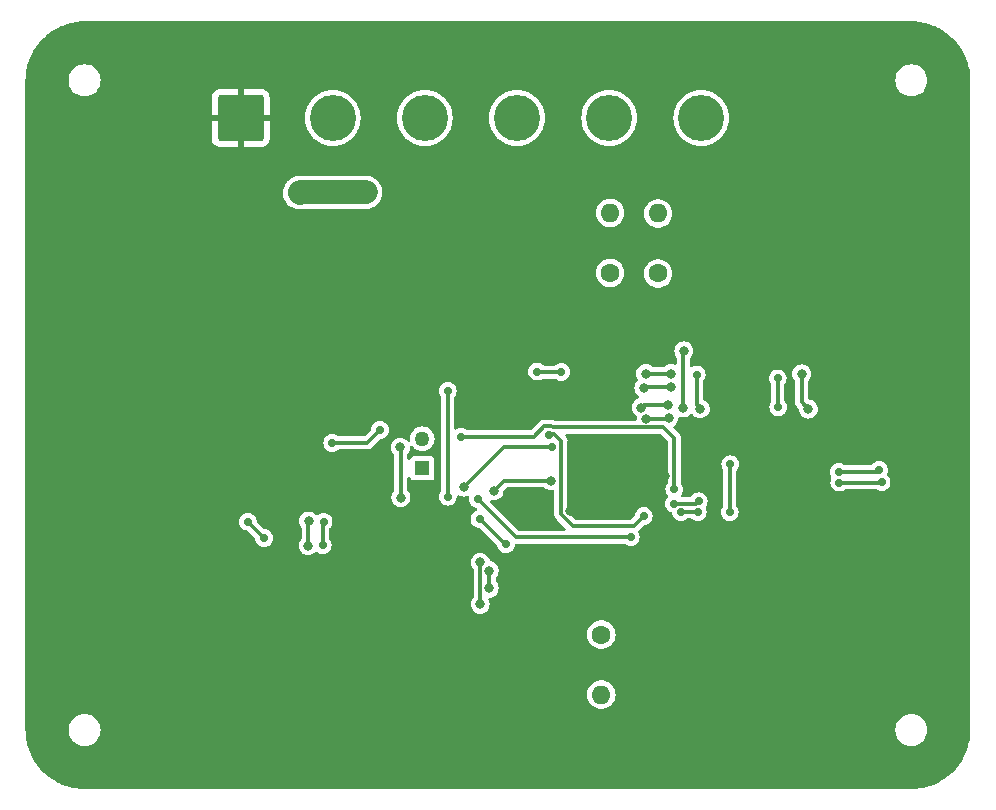
<source format=gbr>
%TF.GenerationSoftware,KiCad,Pcbnew,7.0.8*%
%TF.CreationDate,2024-02-23T11:16:18-06:00*%
%TF.ProjectId,LT4020_12_BatCharger,4c543430-3230-45f3-9132-5f4261744368,rev?*%
%TF.SameCoordinates,Original*%
%TF.FileFunction,Copper,L2,Bot*%
%TF.FilePolarity,Positive*%
%FSLAX46Y46*%
G04 Gerber Fmt 4.6, Leading zero omitted, Abs format (unit mm)*
G04 Created by KiCad (PCBNEW 7.0.8) date 2024-02-23 11:16:18*
%MOMM*%
%LPD*%
G01*
G04 APERTURE LIST*
G04 Aperture macros list*
%AMRoundRect*
0 Rectangle with rounded corners*
0 $1 Rounding radius*
0 $2 $3 $4 $5 $6 $7 $8 $9 X,Y pos of 4 corners*
0 Add a 4 corners polygon primitive as box body*
4,1,4,$2,$3,$4,$5,$6,$7,$8,$9,$2,$3,0*
0 Add four circle primitives for the rounded corners*
1,1,$1+$1,$2,$3*
1,1,$1+$1,$4,$5*
1,1,$1+$1,$6,$7*
1,1,$1+$1,$8,$9*
0 Add four rect primitives between the rounded corners*
20,1,$1+$1,$2,$3,$4,$5,0*
20,1,$1+$1,$4,$5,$6,$7,0*
20,1,$1+$1,$6,$7,$8,$9,0*
20,1,$1+$1,$8,$9,$2,$3,0*%
G04 Aperture macros list end*
%TA.AperFunction,ComponentPad*%
%ADD10RoundRect,0.250002X-1.699998X-1.699998X1.699998X-1.699998X1.699998X1.699998X-1.699998X1.699998X0*%
%TD*%
%TA.AperFunction,ComponentPad*%
%ADD11C,3.900000*%
%TD*%
%TA.AperFunction,ComponentPad*%
%ADD12R,1.275000X1.275000*%
%TD*%
%TA.AperFunction,ComponentPad*%
%ADD13C,1.275000*%
%TD*%
%TA.AperFunction,ComponentPad*%
%ADD14C,1.600000*%
%TD*%
%TA.AperFunction,ComponentPad*%
%ADD15O,1.600000X1.600000*%
%TD*%
%TA.AperFunction,ViaPad*%
%ADD16C,0.800000*%
%TD*%
%TA.AperFunction,ViaPad*%
%ADD17C,0.700000*%
%TD*%
%TA.AperFunction,ViaPad*%
%ADD18C,1.500000*%
%TD*%
%TA.AperFunction,Conductor*%
%ADD19C,0.300000*%
%TD*%
%TA.AperFunction,Conductor*%
%ADD20C,2.000000*%
%TD*%
G04 APERTURE END LIST*
D10*
%TO.P,J1,1,Pin_1*%
%TO.N,GND*%
X168217600Y-63195200D03*
D11*
%TO.P,J1,2,Pin_2*%
%TO.N,VIN*%
X176017600Y-63195200D03*
%TO.P,J1,3,Pin_3*%
%TO.N,VOUT*%
X183817600Y-63195200D03*
%TO.P,J1,4,Pin_4*%
%TO.N,BAT_CHARGE_OUT*%
X191617600Y-63195200D03*
%TO.P,J1,5,Pin_5*%
%TO.N,STAT1*%
X199417600Y-63195200D03*
%TO.P,J1,6,Pin_6*%
%TO.N,STAT2*%
X207217600Y-63195200D03*
%TD*%
D12*
%TO.P,C_pvin1,1*%
%TO.N,VIN*%
X183591200Y-92842400D03*
D13*
%TO.P,C_pvin1,2*%
%TO.N,/PGND*%
X183591200Y-90342400D03*
%TD*%
D14*
%TO.P,R_FB1,1*%
%TO.N,/VFB*%
X203555600Y-76358800D03*
D15*
%TO.P,R_FB1,2*%
%TO.N,BAT_CHARGE_OUT*%
X203555600Y-71278800D03*
%TD*%
D14*
%TO.P,R_VC1,1*%
%TO.N,/VC*%
X199491600Y-76308000D03*
D15*
%TO.P,R_VC1,2*%
%TO.N,Net-(C_VC1-Pad1)*%
X199491600Y-71228000D03*
%TD*%
D14*
%TO.P,R_FBMAX_2,1*%
%TO.N,/VFBMAX*%
X198755000Y-106927600D03*
D15*
%TO.P,R_FBMAX_2,2*%
%TO.N,VOUT*%
X198755000Y-112007600D03*
%TD*%
D16*
%TO.N,/SW1*%
X188505900Y-100825557D03*
X188493400Y-104368600D03*
D17*
%TO.N,Net-(D2-K)*%
X188442600Y-97155000D03*
X190703200Y-99288600D03*
%TO.N,/SW2*%
X185750200Y-95250000D03*
X185750200Y-86293700D03*
X170205400Y-98768900D03*
X168833800Y-97369900D03*
D16*
%TO.N,/CSN*%
X202132022Y-87705686D03*
X204393800Y-87503000D03*
%TO.N,/CSP*%
X204673200Y-86004400D03*
X202361800Y-86055200D03*
%TO.N,GND*%
X194259200Y-73634600D03*
X168275000Y-66294000D03*
D17*
X195910200Y-86004400D03*
D16*
X185597800Y-70459600D03*
X171526200Y-63169800D03*
X200482200Y-81889600D03*
D17*
X194767200Y-97739200D03*
D16*
X191389000Y-88569800D03*
X201320400Y-100965000D03*
X204165200Y-93522800D03*
X168173400Y-60020200D03*
X164820600Y-63220600D03*
X193929000Y-104368600D03*
X188976000Y-88544400D03*
X172059600Y-95377000D03*
X197980500Y-88188800D03*
X172059600Y-96647000D03*
X186867800Y-67386200D03*
X196113400Y-96456700D03*
D17*
%TO.N,VIN*%
X188315600Y-95478600D03*
X201244200Y-98679000D03*
%TO.N,/MODE*%
X202336400Y-96901000D03*
D16*
X181737000Y-91084400D03*
D17*
X194310000Y-90068400D03*
D16*
X181787800Y-95326200D03*
D18*
%TO.N,VOUT*%
X179019200Y-69596000D03*
X173202600Y-69519800D03*
D17*
%TO.N,/PGND*%
X204927200Y-94640400D03*
X186893200Y-90195400D03*
D16*
%TO.N,Net-(IC1-TG1)*%
X189255400Y-101510900D03*
X189255400Y-103009900D03*
D17*
%TO.N,/SENSETOP*%
X175158400Y-99364800D03*
X175234600Y-97369900D03*
%TO.N,STAT1*%
X206922100Y-96545400D03*
X205486000Y-96545400D03*
X218897200Y-94056200D03*
X222478600Y-94030800D03*
%TO.N,STAT2*%
X218859753Y-93157477D03*
X206995631Y-95648908D03*
X204924085Y-95843006D03*
X222275400Y-92989400D03*
%TO.N,/VFB*%
X213690200Y-85242400D03*
X213741000Y-87694500D03*
D16*
%TO.N,/VFBMAX*%
X204673200Y-84836000D03*
X207137000Y-87807800D03*
D17*
X209626200Y-96570800D03*
D16*
X202514200Y-84836000D03*
D17*
X209677000Y-92506800D03*
X206832200Y-84912200D03*
D16*
%TO.N,/BGATE*%
X202539600Y-88646000D03*
X205740000Y-82905600D03*
X205689200Y-87744500D03*
X204470000Y-88620600D03*
D17*
%TO.N,/TG2*%
X193319400Y-84658200D03*
X180009800Y-89611200D03*
X175971200Y-90703400D03*
X195376800Y-84683600D03*
D16*
%TO.N,/BG2*%
X187096400Y-94449600D03*
D17*
X194538648Y-91035005D03*
D16*
%TO.N,/BG1*%
X194465823Y-93907223D03*
X189661800Y-94767400D03*
%TO.N,/CS_DRAIN*%
X216281000Y-87833200D03*
X215722200Y-84861400D03*
%TO.N,Net-(D3-A)*%
X173939200Y-99390200D03*
X173964600Y-97319900D03*
%TD*%
D19*
%TO.N,/SW1*%
X188493400Y-104368600D02*
X188493400Y-100838057D01*
X188493400Y-100838057D02*
X188505900Y-100825557D01*
%TO.N,Net-(D2-K)*%
X190576200Y-99288600D02*
X190703200Y-99288600D01*
X188442600Y-97155000D02*
X190576200Y-99288600D01*
%TO.N,/SW2*%
X168833800Y-97397300D02*
X170205400Y-98768900D01*
X168833800Y-97369900D02*
X168833800Y-97397300D01*
X185750200Y-95250000D02*
X185750200Y-86293700D01*
%TO.N,/CSN*%
X204393800Y-87503000D02*
X202334708Y-87503000D01*
X202334708Y-87503000D02*
X202132022Y-87705686D01*
%TO.N,/CSP*%
X202697035Y-86004400D02*
X204673200Y-86004400D01*
%TO.N,VIN*%
X191516000Y-98679000D02*
X188315600Y-95478600D01*
X201244200Y-98679000D02*
X191516000Y-98679000D01*
%TO.N,/MODE*%
X195339400Y-96762000D02*
X196333144Y-97755744D01*
X196333144Y-97755744D02*
X201481656Y-97755744D01*
X195339400Y-90545139D02*
X195339400Y-96762000D01*
X195272130Y-90477870D02*
X194772324Y-89978063D01*
X194772324Y-89978063D02*
X194227276Y-89978063D01*
X201481656Y-97755744D02*
X202336400Y-96901000D01*
X181787800Y-91135200D02*
X181737000Y-91084400D01*
X195272130Y-90477870D02*
X195339400Y-90545139D01*
X181787800Y-95326200D02*
X181787800Y-91135200D01*
D20*
%TO.N,VOUT*%
X173228000Y-69494400D02*
X173202600Y-69519800D01*
X178816000Y-69494400D02*
X173228000Y-69494400D01*
D19*
%TO.N,/PGND*%
X194517226Y-89278063D02*
X193937326Y-89278063D01*
X194635163Y-89396000D02*
X194517226Y-89278063D01*
X204927200Y-90297000D02*
X204012800Y-89382600D01*
X203212000Y-89396000D02*
X194635163Y-89396000D01*
X203225400Y-89382600D02*
X203212000Y-89396000D01*
X204927200Y-94640400D02*
X204927200Y-90297000D01*
X204012800Y-89382600D02*
X203225400Y-89382600D01*
X193019989Y-90195400D02*
X186893200Y-90195400D01*
X193937326Y-89278063D02*
X193019989Y-90195400D01*
%TO.N,Net-(IC1-TG1)*%
X189255400Y-101510900D02*
X189255400Y-103009900D01*
%TO.N,/SENSETOP*%
X175158400Y-99364800D02*
X175158400Y-97446100D01*
X175158400Y-97446100D02*
X175234600Y-97369900D01*
%TO.N,STAT1*%
X205486000Y-96545400D02*
X206922100Y-96545400D01*
X222453200Y-94056200D02*
X222478600Y-94030800D01*
X218897200Y-94056200D02*
X222453200Y-94056200D01*
%TO.N,STAT2*%
X218859753Y-93157477D02*
X222107323Y-93157477D01*
X222107323Y-93157477D02*
X222275400Y-92989400D01*
X204924085Y-95843006D02*
X206801533Y-95843006D01*
X206801533Y-95843006D02*
X206995631Y-95648908D01*
%TO.N,/VFB*%
X213690200Y-85242400D02*
X213690200Y-87643700D01*
X213690200Y-87643700D02*
X213741000Y-87694500D01*
%TO.N,/VFBMAX*%
X209626200Y-96570800D02*
X209626200Y-92557600D01*
X206832200Y-84912200D02*
X206832200Y-87503000D01*
X209626200Y-92557600D02*
X209677000Y-92506800D01*
X204673200Y-84836000D02*
X204647800Y-84810600D01*
X206832200Y-87503000D02*
X207137000Y-87807800D01*
X207010000Y-87680800D02*
X207137000Y-87807800D01*
X202514200Y-84836000D02*
X204673200Y-84836000D01*
%TO.N,/BGATE*%
X204444600Y-88646000D02*
X204470000Y-88620600D01*
X205689200Y-82956400D02*
X205740000Y-82905600D01*
X202539600Y-88646000D02*
X204444600Y-88646000D01*
X205689200Y-87744500D02*
X205689200Y-82956400D01*
%TO.N,/TG2*%
X194995800Y-84734400D02*
X193395600Y-84734400D01*
X193395600Y-84734400D02*
X193319400Y-84658200D01*
X180009800Y-89611200D02*
X178917600Y-90703400D01*
X178917600Y-90703400D02*
X175971200Y-90703400D01*
%TO.N,/BG2*%
X194538648Y-91035005D02*
X190510995Y-91035005D01*
X190510995Y-91035005D02*
X187096400Y-94449600D01*
%TO.N,/BG1*%
X194465823Y-93907223D02*
X190521977Y-93907223D01*
X190521977Y-93907223D02*
X189661800Y-94767400D01*
%TO.N,/CS_DRAIN*%
X215722200Y-84861400D02*
X215722200Y-87274400D01*
X215722200Y-87274400D02*
X216281000Y-87833200D01*
%TO.N,Net-(D3-A)*%
X173939200Y-99390200D02*
X173939200Y-97345300D01*
X173939200Y-97345300D02*
X173964600Y-97319900D01*
%TD*%
%TA.AperFunction,Conductor*%
%TO.N,GND*%
G36*
X193899922Y-94477408D02*
G01*
X193920563Y-94494041D01*
X193963561Y-94537039D01*
X193963746Y-94537155D01*
X194109678Y-94628851D01*
X194116301Y-94633012D01*
X194155365Y-94646681D01*
X194286568Y-94692591D01*
X194286573Y-94692592D01*
X194465819Y-94712788D01*
X194465823Y-94712788D01*
X194465826Y-94712788D01*
X194651016Y-94691922D01*
X194719838Y-94703976D01*
X194771218Y-94751325D01*
X194788900Y-94815142D01*
X194788900Y-96752602D01*
X194786638Y-96818829D01*
X194797115Y-96861819D01*
X194798301Y-96868061D01*
X194804329Y-96911920D01*
X194811479Y-96928379D01*
X194818218Y-96948419D01*
X194822467Y-96965852D01*
X194834324Y-96986941D01*
X194844163Y-97004439D01*
X194846982Y-97010115D01*
X194864620Y-97050720D01*
X194864621Y-97050722D01*
X194875941Y-97064636D01*
X194887839Y-97082117D01*
X194896634Y-97097760D01*
X194896636Y-97097761D01*
X194927932Y-97129057D01*
X194932183Y-97133766D01*
X194960122Y-97168108D01*
X194974781Y-97178455D01*
X194990952Y-97192077D01*
X195452168Y-97653293D01*
X195715695Y-97916819D01*
X195749180Y-97978142D01*
X195744196Y-98047833D01*
X195702324Y-98103767D01*
X195636860Y-98128184D01*
X195628014Y-98128500D01*
X191795386Y-98128500D01*
X191728347Y-98108815D01*
X191707705Y-98092181D01*
X189378967Y-95763442D01*
X189345482Y-95702119D01*
X189350466Y-95632427D01*
X189392338Y-95576494D01*
X189457802Y-95552077D01*
X189480532Y-95552541D01*
X189482544Y-95552767D01*
X189482545Y-95552768D01*
X189546082Y-95559926D01*
X189661797Y-95572965D01*
X189661800Y-95572965D01*
X189661804Y-95572965D01*
X189841049Y-95552769D01*
X189841052Y-95552768D01*
X189841055Y-95552768D01*
X190011322Y-95493189D01*
X190164062Y-95397216D01*
X190291616Y-95269662D01*
X190387589Y-95116922D01*
X190447168Y-94946655D01*
X190465940Y-94780040D01*
X190493006Y-94715628D01*
X190501459Y-94706264D01*
X190713684Y-94494039D01*
X190775006Y-94460557D01*
X190801364Y-94457723D01*
X193832883Y-94457723D01*
X193899922Y-94477408D01*
G37*
%TD.AperFunction*%
%TA.AperFunction,Conductor*%
G36*
X225217318Y-55009488D02*
G01*
X225415934Y-55018160D01*
X225420865Y-55018574D01*
X225636792Y-55045489D01*
X225832940Y-55071313D01*
X225837265Y-55071883D01*
X225841894Y-55072671D01*
X226054183Y-55117183D01*
X226252534Y-55161157D01*
X226256778Y-55162257D01*
X226464544Y-55224112D01*
X226658658Y-55285317D01*
X226662530Y-55286680D01*
X226864457Y-55365472D01*
X227052817Y-55443494D01*
X227056252Y-55445045D01*
X227131343Y-55481755D01*
X227250992Y-55540249D01*
X227388629Y-55611897D01*
X227432009Y-55634479D01*
X227435107Y-55636207D01*
X227621382Y-55747202D01*
X227793662Y-55856957D01*
X227796377Y-55858789D01*
X227972918Y-55984837D01*
X228135098Y-56109282D01*
X228137426Y-56111159D01*
X228303055Y-56251439D01*
X228454895Y-56390574D01*
X228609424Y-56545103D01*
X228748555Y-56696938D01*
X228763008Y-56714003D01*
X228888839Y-56862572D01*
X228890716Y-56864900D01*
X229015162Y-57027081D01*
X229141209Y-57203621D01*
X229143040Y-57206335D01*
X229252797Y-57378617D01*
X229363791Y-57564891D01*
X229365525Y-57568000D01*
X229459750Y-57749007D01*
X229525992Y-57884503D01*
X229554953Y-57943744D01*
X229556524Y-57947229D01*
X229634536Y-58135566D01*
X229713309Y-58337445D01*
X229714681Y-58341340D01*
X229775899Y-58535496D01*
X229837735Y-58743200D01*
X229838843Y-58747472D01*
X229882818Y-58945826D01*
X229927326Y-59158101D01*
X229928115Y-59162733D01*
X229954524Y-59363319D01*
X229981422Y-59579114D01*
X229981839Y-59584080D01*
X229990513Y-59782728D01*
X229999500Y-60000000D01*
X229999500Y-115000000D01*
X229990513Y-115217271D01*
X229981839Y-115415918D01*
X229981422Y-115420884D01*
X229954524Y-115636680D01*
X229928115Y-115837265D01*
X229927326Y-115841897D01*
X229882818Y-116054173D01*
X229838843Y-116252526D01*
X229837735Y-116256798D01*
X229775899Y-116464503D01*
X229714681Y-116658658D01*
X229713309Y-116662552D01*
X229634536Y-116864433D01*
X229556524Y-117052769D01*
X229554944Y-117056274D01*
X229459750Y-117250992D01*
X229365525Y-117431998D01*
X229363791Y-117435107D01*
X229252797Y-117621382D01*
X229143040Y-117793663D01*
X229141209Y-117796377D01*
X229015162Y-117972918D01*
X228890716Y-118135099D01*
X228888839Y-118137426D01*
X228748557Y-118303059D01*
X228609426Y-118454895D01*
X228454895Y-118609426D01*
X228303059Y-118748557D01*
X228137426Y-118888839D01*
X228135099Y-118890716D01*
X227972918Y-119015162D01*
X227796377Y-119141209D01*
X227793663Y-119143040D01*
X227621382Y-119252797D01*
X227435107Y-119363791D01*
X227431998Y-119365525D01*
X227250992Y-119459750D01*
X227056274Y-119554944D01*
X227052769Y-119556524D01*
X226864433Y-119634536D01*
X226662552Y-119713309D01*
X226658658Y-119714681D01*
X226464503Y-119775899D01*
X226256798Y-119837735D01*
X226252526Y-119838843D01*
X226054173Y-119882818D01*
X225841897Y-119927326D01*
X225837265Y-119928115D01*
X225636680Y-119954524D01*
X225420884Y-119981422D01*
X225415918Y-119981839D01*
X225217271Y-119990513D01*
X225000000Y-119999500D01*
X155000000Y-119999500D01*
X154782728Y-119990513D01*
X154584080Y-119981839D01*
X154579114Y-119981422D01*
X154363319Y-119954524D01*
X154162733Y-119928115D01*
X154158101Y-119927326D01*
X153945826Y-119882818D01*
X153747472Y-119838843D01*
X153743200Y-119837735D01*
X153535496Y-119775899D01*
X153341340Y-119714681D01*
X153337445Y-119713309D01*
X153135566Y-119634536D01*
X152947229Y-119556524D01*
X152943744Y-119554953D01*
X152884503Y-119525992D01*
X152749007Y-119459750D01*
X152568000Y-119365525D01*
X152564891Y-119363791D01*
X152378617Y-119252797D01*
X152206335Y-119143040D01*
X152203621Y-119141209D01*
X152027081Y-119015162D01*
X151864900Y-118890716D01*
X151862572Y-118888839D01*
X151696940Y-118748557D01*
X151545103Y-118609424D01*
X151390574Y-118454895D01*
X151251439Y-118303055D01*
X151111159Y-118137426D01*
X151109282Y-118135098D01*
X150984837Y-117972918D01*
X150858789Y-117796377D01*
X150856957Y-117793662D01*
X150747202Y-117621382D01*
X150636207Y-117435107D01*
X150634473Y-117431998D01*
X150540249Y-117250992D01*
X150481755Y-117131343D01*
X150445045Y-117056252D01*
X150443494Y-117052817D01*
X150365463Y-116864433D01*
X150286680Y-116662530D01*
X150285317Y-116658658D01*
X150224100Y-116464503D01*
X150213246Y-116428044D01*
X150162257Y-116256778D01*
X150161155Y-116252526D01*
X150117181Y-116054173D01*
X150111495Y-116027057D01*
X150072671Y-115841894D01*
X150071883Y-115837265D01*
X150071313Y-115832940D01*
X150045489Y-115636792D01*
X150018574Y-115420865D01*
X150018160Y-115415934D01*
X150009486Y-115217271D01*
X150000500Y-115000000D01*
X153644341Y-115000000D01*
X153664936Y-115235403D01*
X153664938Y-115235413D01*
X153726094Y-115463655D01*
X153726096Y-115463659D01*
X153726097Y-115463663D01*
X153776031Y-115570746D01*
X153825964Y-115677828D01*
X153825965Y-115677830D01*
X153961505Y-115871402D01*
X154128597Y-116038494D01*
X154322169Y-116174034D01*
X154322171Y-116174035D01*
X154536337Y-116273903D01*
X154764592Y-116335063D01*
X154941034Y-116350500D01*
X155058966Y-116350500D01*
X155235408Y-116335063D01*
X155463663Y-116273903D01*
X155677829Y-116174035D01*
X155871401Y-116038495D01*
X156038495Y-115871401D01*
X156174035Y-115677830D01*
X156273903Y-115463663D01*
X156335063Y-115235408D01*
X156355659Y-115000000D01*
X223644341Y-115000000D01*
X223664936Y-115235403D01*
X223664938Y-115235413D01*
X223726094Y-115463655D01*
X223726096Y-115463659D01*
X223726097Y-115463663D01*
X223776031Y-115570746D01*
X223825964Y-115677828D01*
X223825965Y-115677830D01*
X223961505Y-115871402D01*
X224128597Y-116038494D01*
X224322169Y-116174034D01*
X224322171Y-116174035D01*
X224536337Y-116273903D01*
X224764592Y-116335063D01*
X224941034Y-116350500D01*
X225058966Y-116350500D01*
X225235408Y-116335063D01*
X225463663Y-116273903D01*
X225677829Y-116174035D01*
X225871401Y-116038495D01*
X226038495Y-115871401D01*
X226174035Y-115677830D01*
X226273903Y-115463663D01*
X226335063Y-115235408D01*
X226355659Y-115000000D01*
X226335063Y-114764592D01*
X226273903Y-114536337D01*
X226174035Y-114322171D01*
X226174034Y-114322169D01*
X226038494Y-114128597D01*
X225871402Y-113961505D01*
X225677830Y-113825965D01*
X225677828Y-113825964D01*
X225570746Y-113776031D01*
X225463663Y-113726097D01*
X225463659Y-113726096D01*
X225463655Y-113726094D01*
X225235413Y-113664938D01*
X225235403Y-113664936D01*
X225058966Y-113649500D01*
X224941034Y-113649500D01*
X224764596Y-113664936D01*
X224764586Y-113664938D01*
X224536344Y-113726094D01*
X224536335Y-113726098D01*
X224322171Y-113825964D01*
X224322169Y-113825965D01*
X224128597Y-113961505D01*
X223961506Y-114128597D01*
X223961501Y-114128604D01*
X223825967Y-114322165D01*
X223825965Y-114322169D01*
X223726098Y-114536335D01*
X223726094Y-114536344D01*
X223664938Y-114764586D01*
X223664936Y-114764596D01*
X223644341Y-114999999D01*
X223644341Y-115000000D01*
X156355659Y-115000000D01*
X156335063Y-114764592D01*
X156273903Y-114536337D01*
X156174035Y-114322171D01*
X156174034Y-114322169D01*
X156038494Y-114128597D01*
X155871402Y-113961505D01*
X155677830Y-113825965D01*
X155677828Y-113825964D01*
X155570746Y-113776031D01*
X155463663Y-113726097D01*
X155463659Y-113726096D01*
X155463655Y-113726094D01*
X155235413Y-113664938D01*
X155235403Y-113664936D01*
X155058966Y-113649500D01*
X154941034Y-113649500D01*
X154764596Y-113664936D01*
X154764586Y-113664938D01*
X154536344Y-113726094D01*
X154536335Y-113726098D01*
X154322171Y-113825964D01*
X154322169Y-113825965D01*
X154128597Y-113961505D01*
X153961506Y-114128597D01*
X153961501Y-114128604D01*
X153825967Y-114322165D01*
X153825965Y-114322169D01*
X153726098Y-114536335D01*
X153726094Y-114536344D01*
X153664938Y-114764586D01*
X153664936Y-114764596D01*
X153644341Y-114999999D01*
X153644341Y-115000000D01*
X150000500Y-115000000D01*
X150000500Y-114999500D01*
X150000500Y-112007600D01*
X197549357Y-112007600D01*
X197569884Y-112229135D01*
X197569885Y-112229137D01*
X197630769Y-112443123D01*
X197630775Y-112443138D01*
X197729938Y-112642283D01*
X197729943Y-112642291D01*
X197864020Y-112819838D01*
X198028437Y-112969723D01*
X198028439Y-112969725D01*
X198217595Y-113086845D01*
X198217596Y-113086845D01*
X198217599Y-113086847D01*
X198425060Y-113167218D01*
X198643757Y-113208100D01*
X198643759Y-113208100D01*
X198866241Y-113208100D01*
X198866243Y-113208100D01*
X199084940Y-113167218D01*
X199292401Y-113086847D01*
X199481562Y-112969724D01*
X199645981Y-112819836D01*
X199780058Y-112642289D01*
X199879229Y-112443128D01*
X199940115Y-112229136D01*
X199960643Y-112007600D01*
X199940115Y-111786064D01*
X199879229Y-111572072D01*
X199879224Y-111572061D01*
X199780061Y-111372916D01*
X199780056Y-111372908D01*
X199645979Y-111195361D01*
X199481562Y-111045476D01*
X199481560Y-111045474D01*
X199292404Y-110928354D01*
X199292398Y-110928352D01*
X199084940Y-110847982D01*
X198866243Y-110807100D01*
X198643757Y-110807100D01*
X198425060Y-110847982D01*
X198293864Y-110898807D01*
X198217601Y-110928352D01*
X198217595Y-110928354D01*
X198028439Y-111045474D01*
X198028437Y-111045476D01*
X197864020Y-111195361D01*
X197729943Y-111372908D01*
X197729938Y-111372916D01*
X197630775Y-111572061D01*
X197630769Y-111572076D01*
X197569885Y-111786062D01*
X197569884Y-111786064D01*
X197549357Y-112007599D01*
X197549357Y-112007600D01*
X150000500Y-112007600D01*
X150000500Y-106927600D01*
X197549357Y-106927600D01*
X197569884Y-107149135D01*
X197569885Y-107149137D01*
X197630769Y-107363123D01*
X197630775Y-107363138D01*
X197729938Y-107562283D01*
X197729943Y-107562291D01*
X197864020Y-107739838D01*
X198028437Y-107889723D01*
X198028439Y-107889725D01*
X198217595Y-108006845D01*
X198217596Y-108006845D01*
X198217599Y-108006847D01*
X198425060Y-108087218D01*
X198643757Y-108128100D01*
X198643759Y-108128100D01*
X198866241Y-108128100D01*
X198866243Y-108128100D01*
X199084940Y-108087218D01*
X199292401Y-108006847D01*
X199481562Y-107889724D01*
X199645981Y-107739836D01*
X199780058Y-107562289D01*
X199879229Y-107363128D01*
X199940115Y-107149136D01*
X199960643Y-106927600D01*
X199940115Y-106706064D01*
X199879229Y-106492072D01*
X199879224Y-106492061D01*
X199780061Y-106292916D01*
X199780056Y-106292908D01*
X199645979Y-106115361D01*
X199481562Y-105965476D01*
X199481560Y-105965474D01*
X199292404Y-105848354D01*
X199292398Y-105848352D01*
X199084940Y-105767982D01*
X198866243Y-105727100D01*
X198643757Y-105727100D01*
X198425060Y-105767982D01*
X198293864Y-105818807D01*
X198217601Y-105848352D01*
X198217595Y-105848354D01*
X198028439Y-105965474D01*
X198028437Y-105965476D01*
X197864020Y-106115361D01*
X197729943Y-106292908D01*
X197729938Y-106292916D01*
X197630775Y-106492061D01*
X197630769Y-106492076D01*
X197569885Y-106706062D01*
X197569884Y-106706064D01*
X197549357Y-106927599D01*
X197549357Y-106927600D01*
X150000500Y-106927600D01*
X150000500Y-104368603D01*
X187687835Y-104368603D01*
X187708030Y-104547849D01*
X187708031Y-104547854D01*
X187767611Y-104718123D01*
X187863584Y-104870862D01*
X187991138Y-104998416D01*
X188143878Y-105094389D01*
X188314145Y-105153968D01*
X188314150Y-105153969D01*
X188493396Y-105174165D01*
X188493400Y-105174165D01*
X188493404Y-105174165D01*
X188672649Y-105153969D01*
X188672652Y-105153968D01*
X188672655Y-105153968D01*
X188842922Y-105094389D01*
X188995662Y-104998416D01*
X189123216Y-104870862D01*
X189219189Y-104718122D01*
X189278768Y-104547855D01*
X189298965Y-104368600D01*
X189278768Y-104189345D01*
X189219189Y-104019078D01*
X189219188Y-104019076D01*
X189219188Y-104019075D01*
X189207098Y-103999835D01*
X189188097Y-103932599D01*
X189208464Y-103865763D01*
X189261731Y-103820549D01*
X189298208Y-103810642D01*
X189434649Y-103795269D01*
X189434652Y-103795268D01*
X189434655Y-103795268D01*
X189604922Y-103735689D01*
X189757662Y-103639716D01*
X189885216Y-103512162D01*
X189981189Y-103359422D01*
X190040768Y-103189155D01*
X190060965Y-103009900D01*
X190040768Y-102830645D01*
X189981189Y-102660378D01*
X189885216Y-102507638D01*
X189842219Y-102464641D01*
X189808734Y-102403318D01*
X189805900Y-102376960D01*
X189805900Y-102143840D01*
X189825585Y-102076801D01*
X189842219Y-102056159D01*
X189885216Y-102013162D01*
X189981189Y-101860422D01*
X190040768Y-101690155D01*
X190060965Y-101510900D01*
X190053652Y-101445997D01*
X190040769Y-101331650D01*
X190040768Y-101331645D01*
X190039429Y-101327819D01*
X189981189Y-101161378D01*
X189885216Y-101008638D01*
X189757662Y-100881084D01*
X189669296Y-100825560D01*
X189604921Y-100785110D01*
X189434649Y-100725530D01*
X189391670Y-100720688D01*
X189327256Y-100693622D01*
X189288511Y-100638423D01*
X189231688Y-100476033D01*
X189135715Y-100323294D01*
X189008162Y-100195741D01*
X188855423Y-100099768D01*
X188685154Y-100040188D01*
X188685149Y-100040187D01*
X188505904Y-100019992D01*
X188505896Y-100019992D01*
X188326650Y-100040187D01*
X188326645Y-100040188D01*
X188156376Y-100099768D01*
X188003637Y-100195741D01*
X187876084Y-100323294D01*
X187780111Y-100476033D01*
X187720531Y-100646302D01*
X187720530Y-100646307D01*
X187700335Y-100825553D01*
X187700335Y-100825560D01*
X187720530Y-101004806D01*
X187720531Y-101004811D01*
X187780111Y-101175080D01*
X187876084Y-101327819D01*
X187906581Y-101358316D01*
X187940066Y-101419639D01*
X187942900Y-101445997D01*
X187942900Y-103735660D01*
X187923215Y-103802699D01*
X187906581Y-103823341D01*
X187863584Y-103866337D01*
X187767611Y-104019076D01*
X187708031Y-104189345D01*
X187708030Y-104189350D01*
X187687835Y-104368596D01*
X187687835Y-104368603D01*
X150000500Y-104368603D01*
X150000500Y-97369902D01*
X168078551Y-97369902D01*
X168097485Y-97537956D01*
X168153345Y-97697594D01*
X168153347Y-97697597D01*
X168243318Y-97840784D01*
X168243323Y-97840790D01*
X168362909Y-97960376D01*
X168362915Y-97960381D01*
X168506102Y-98050352D01*
X168506105Y-98050354D01*
X168506109Y-98050355D01*
X168506110Y-98050356D01*
X168625640Y-98092181D01*
X168665744Y-98106214D01*
X168733572Y-98113856D01*
X168797986Y-98140922D01*
X168807370Y-98149395D01*
X169422425Y-98764449D01*
X169455910Y-98825772D01*
X169457964Y-98838246D01*
X169469085Y-98936953D01*
X169524944Y-99096592D01*
X169524947Y-99096597D01*
X169614918Y-99239784D01*
X169614923Y-99239790D01*
X169734509Y-99359376D01*
X169734515Y-99359381D01*
X169877702Y-99449352D01*
X169877705Y-99449354D01*
X169877709Y-99449355D01*
X169877710Y-99449356D01*
X169898581Y-99456659D01*
X170037343Y-99505214D01*
X170205397Y-99524149D01*
X170205400Y-99524149D01*
X170205403Y-99524149D01*
X170373456Y-99505214D01*
X170373459Y-99505213D01*
X170533090Y-99449356D01*
X170533092Y-99449354D01*
X170533094Y-99449354D01*
X170533097Y-99449352D01*
X170627231Y-99390203D01*
X173133635Y-99390203D01*
X173153830Y-99569449D01*
X173153831Y-99569454D01*
X173213411Y-99739723D01*
X173225828Y-99759484D01*
X173309384Y-99892462D01*
X173436938Y-100020016D01*
X173527280Y-100076782D01*
X173566004Y-100101114D01*
X173589678Y-100115989D01*
X173759945Y-100175568D01*
X173759950Y-100175569D01*
X173939196Y-100195765D01*
X173939200Y-100195765D01*
X173939204Y-100195765D01*
X174118449Y-100175569D01*
X174118452Y-100175568D01*
X174118455Y-100175568D01*
X174288722Y-100115989D01*
X174441462Y-100020016D01*
X174509177Y-99952300D01*
X174570496Y-99918818D01*
X174640188Y-99923802D01*
X174684536Y-99952303D01*
X174687509Y-99955276D01*
X174687515Y-99955281D01*
X174830702Y-100045252D01*
X174830705Y-100045254D01*
X174830709Y-100045255D01*
X174830710Y-100045256D01*
X174903313Y-100070660D01*
X174990343Y-100101114D01*
X175158397Y-100120049D01*
X175158400Y-100120049D01*
X175158403Y-100120049D01*
X175326456Y-100101114D01*
X175330303Y-100099768D01*
X175486090Y-100045256D01*
X175486092Y-100045254D01*
X175486094Y-100045254D01*
X175486097Y-100045252D01*
X175629284Y-99955281D01*
X175629285Y-99955280D01*
X175629290Y-99955277D01*
X175748877Y-99835690D01*
X175796761Y-99759484D01*
X175838852Y-99692497D01*
X175838854Y-99692494D01*
X175838854Y-99692492D01*
X175838856Y-99692490D01*
X175894713Y-99532859D01*
X175894713Y-99532858D01*
X175894714Y-99532856D01*
X175913649Y-99364802D01*
X175913649Y-99364797D01*
X175894714Y-99196743D01*
X175859670Y-99096594D01*
X175838856Y-99037110D01*
X175838855Y-99037109D01*
X175838854Y-99037105D01*
X175838852Y-99037102D01*
X175748881Y-98893915D01*
X175748876Y-98893909D01*
X175745219Y-98890252D01*
X175711734Y-98828929D01*
X175708900Y-98802571D01*
X175708900Y-98008329D01*
X175728585Y-97941290D01*
X175745219Y-97920648D01*
X175774554Y-97891313D01*
X175825077Y-97840790D01*
X175884964Y-97745481D01*
X175915052Y-97697597D01*
X175915054Y-97697594D01*
X175915054Y-97697592D01*
X175915056Y-97697590D01*
X175970913Y-97537959D01*
X175970913Y-97537958D01*
X175970914Y-97537956D01*
X175989849Y-97369902D01*
X175989849Y-97369897D01*
X175970914Y-97201843D01*
X175915054Y-97042205D01*
X175915052Y-97042202D01*
X175825081Y-96899015D01*
X175825076Y-96899009D01*
X175705490Y-96779423D01*
X175705484Y-96779418D01*
X175562297Y-96689447D01*
X175562294Y-96689445D01*
X175402656Y-96633585D01*
X175234603Y-96614651D01*
X175234597Y-96614651D01*
X175066543Y-96633585D01*
X174906905Y-96689445D01*
X174906902Y-96689447D01*
X174763712Y-96779420D01*
X174763704Y-96779427D01*
X174747631Y-96795499D01*
X174686306Y-96828981D01*
X174616615Y-96823994D01*
X174572273Y-96795495D01*
X174466862Y-96690084D01*
X174314123Y-96594111D01*
X174143854Y-96534531D01*
X174143849Y-96534530D01*
X173964604Y-96514335D01*
X173964596Y-96514335D01*
X173785350Y-96534530D01*
X173785345Y-96534531D01*
X173615076Y-96594111D01*
X173462337Y-96690084D01*
X173334784Y-96817637D01*
X173238811Y-96970376D01*
X173179231Y-97140645D01*
X173179230Y-97140650D01*
X173159035Y-97319896D01*
X173159035Y-97319903D01*
X173179230Y-97499149D01*
X173179231Y-97499154D01*
X173238811Y-97669423D01*
X173334784Y-97822162D01*
X173352381Y-97839759D01*
X173385866Y-97901082D01*
X173388700Y-97927440D01*
X173388700Y-98757260D01*
X173369015Y-98824299D01*
X173352381Y-98844941D01*
X173309384Y-98887937D01*
X173213411Y-99040676D01*
X173153831Y-99210945D01*
X173153830Y-99210950D01*
X173133635Y-99390196D01*
X173133635Y-99390203D01*
X170627231Y-99390203D01*
X170676284Y-99359381D01*
X170676285Y-99359380D01*
X170676290Y-99359377D01*
X170795877Y-99239790D01*
X170802343Y-99229500D01*
X170885852Y-99096597D01*
X170885854Y-99096594D01*
X170885854Y-99096592D01*
X170885856Y-99096590D01*
X170941713Y-98936959D01*
X170941713Y-98936958D01*
X170941714Y-98936956D01*
X170960649Y-98768902D01*
X170960649Y-98768897D01*
X170941714Y-98600843D01*
X170885854Y-98441205D01*
X170885852Y-98441202D01*
X170795881Y-98298015D01*
X170795876Y-98298009D01*
X170676290Y-98178423D01*
X170676284Y-98178418D01*
X170533097Y-98088447D01*
X170533092Y-98088444D01*
X170373453Y-98032585D01*
X170274746Y-98021464D01*
X170210332Y-97994397D01*
X170200949Y-97985925D01*
X169620253Y-97405228D01*
X169586768Y-97343905D01*
X169584714Y-97331430D01*
X169583415Y-97319903D01*
X169575681Y-97251254D01*
X169570114Y-97201844D01*
X169558309Y-97168108D01*
X169514256Y-97042210D01*
X169514255Y-97042209D01*
X169514254Y-97042205D01*
X169514252Y-97042202D01*
X169424281Y-96899015D01*
X169424276Y-96899009D01*
X169304690Y-96779423D01*
X169304684Y-96779418D01*
X169161497Y-96689447D01*
X169161494Y-96689445D01*
X169001856Y-96633585D01*
X168833803Y-96614651D01*
X168833797Y-96614651D01*
X168665743Y-96633585D01*
X168506105Y-96689445D01*
X168506102Y-96689447D01*
X168362915Y-96779418D01*
X168362909Y-96779423D01*
X168243323Y-96899009D01*
X168243318Y-96899015D01*
X168153347Y-97042202D01*
X168153345Y-97042205D01*
X168097485Y-97201843D01*
X168078551Y-97369897D01*
X168078551Y-97369902D01*
X150000500Y-97369902D01*
X150000500Y-90703402D01*
X175215951Y-90703402D01*
X175234885Y-90871456D01*
X175290745Y-91031094D01*
X175290747Y-91031097D01*
X175380718Y-91174284D01*
X175380723Y-91174290D01*
X175500309Y-91293876D01*
X175500315Y-91293881D01*
X175643502Y-91383852D01*
X175643505Y-91383854D01*
X175643509Y-91383855D01*
X175643510Y-91383856D01*
X175716113Y-91409260D01*
X175803143Y-91439714D01*
X175971197Y-91458649D01*
X175971200Y-91458649D01*
X175971203Y-91458649D01*
X176139256Y-91439714D01*
X176155809Y-91433922D01*
X176298890Y-91383856D01*
X176298892Y-91383854D01*
X176298894Y-91383854D01*
X176298897Y-91383852D01*
X176442084Y-91293881D01*
X176442085Y-91293880D01*
X176442090Y-91293877D01*
X176445748Y-91290219D01*
X176507071Y-91256734D01*
X176533429Y-91253900D01*
X178908203Y-91253900D01*
X178974426Y-91256162D01*
X179017432Y-91245680D01*
X179023651Y-91244498D01*
X179067520Y-91238470D01*
X179083983Y-91231318D01*
X179104016Y-91224581D01*
X179121452Y-91220333D01*
X179160065Y-91198621D01*
X179165690Y-91195827D01*
X179206320Y-91178180D01*
X179220232Y-91166860D01*
X179237723Y-91154957D01*
X179253355Y-91146168D01*
X179253353Y-91146168D01*
X179253359Y-91146166D01*
X179284659Y-91114864D01*
X179289371Y-91110611D01*
X179321588Y-91084403D01*
X180931435Y-91084403D01*
X180951630Y-91263649D01*
X180951631Y-91263654D01*
X181011211Y-91433923D01*
X181107184Y-91586662D01*
X181200981Y-91680459D01*
X181234466Y-91741782D01*
X181237300Y-91768140D01*
X181237300Y-94693260D01*
X181217615Y-94760299D01*
X181200981Y-94780941D01*
X181157984Y-94823937D01*
X181062011Y-94976676D01*
X181002431Y-95146945D01*
X181002430Y-95146950D01*
X180982235Y-95326196D01*
X180982235Y-95326203D01*
X181002430Y-95505449D01*
X181002431Y-95505454D01*
X181062011Y-95675723D01*
X181078597Y-95702119D01*
X181157984Y-95828462D01*
X181285538Y-95956016D01*
X181438278Y-96051989D01*
X181575243Y-96099915D01*
X181608545Y-96111568D01*
X181608550Y-96111569D01*
X181787796Y-96131765D01*
X181787800Y-96131765D01*
X181787804Y-96131765D01*
X181967049Y-96111569D01*
X181967052Y-96111568D01*
X181967055Y-96111568D01*
X182137322Y-96051989D01*
X182290062Y-95956016D01*
X182417616Y-95828462D01*
X182513589Y-95675722D01*
X182573168Y-95505455D01*
X182574550Y-95493188D01*
X182593365Y-95326203D01*
X182593365Y-95326196D01*
X182584780Y-95250002D01*
X184994951Y-95250002D01*
X185013885Y-95418056D01*
X185069745Y-95577694D01*
X185069747Y-95577697D01*
X185159718Y-95720884D01*
X185159723Y-95720890D01*
X185279309Y-95840476D01*
X185279315Y-95840481D01*
X185422502Y-95930452D01*
X185422505Y-95930454D01*
X185422509Y-95930455D01*
X185422510Y-95930456D01*
X185495113Y-95955860D01*
X185582143Y-95986314D01*
X185750197Y-96005249D01*
X185750200Y-96005249D01*
X185750203Y-96005249D01*
X185918256Y-95986314D01*
X185946023Y-95976598D01*
X186077890Y-95930456D01*
X186077892Y-95930454D01*
X186077894Y-95930454D01*
X186077897Y-95930452D01*
X186221084Y-95840481D01*
X186221085Y-95840480D01*
X186221090Y-95840477D01*
X186340677Y-95720890D01*
X186352472Y-95702119D01*
X186430652Y-95577697D01*
X186430654Y-95577694D01*
X186430654Y-95577692D01*
X186430656Y-95577690D01*
X186486513Y-95418059D01*
X186486513Y-95418058D01*
X186486514Y-95418056D01*
X186505449Y-95250002D01*
X186505449Y-95248050D01*
X186505806Y-95246834D01*
X186506229Y-95243080D01*
X186506886Y-95243154D01*
X186525134Y-95181011D01*
X186577938Y-95135256D01*
X186647096Y-95125312D01*
X186695422Y-95143057D01*
X186746875Y-95175388D01*
X186917145Y-95234968D01*
X186917150Y-95234969D01*
X187096396Y-95255165D01*
X187096400Y-95255165D01*
X187096404Y-95255165D01*
X187275649Y-95234969D01*
X187275651Y-95234968D01*
X187275655Y-95234968D01*
X187275658Y-95234966D01*
X187275662Y-95234966D01*
X187414342Y-95186440D01*
X187484121Y-95182878D01*
X187544748Y-95217606D01*
X187576976Y-95279600D01*
X187578517Y-95317364D01*
X187560351Y-95478596D01*
X187560351Y-95478602D01*
X187579285Y-95646656D01*
X187635145Y-95806294D01*
X187635147Y-95806297D01*
X187725118Y-95949484D01*
X187725123Y-95949490D01*
X187844709Y-96069076D01*
X187844715Y-96069081D01*
X187987902Y-96159052D01*
X187987905Y-96159054D01*
X187987909Y-96159055D01*
X187987910Y-96159056D01*
X188134472Y-96210340D01*
X188147541Y-96214913D01*
X188154328Y-96216462D01*
X188153844Y-96218579D01*
X188208641Y-96241590D01*
X188248210Y-96299175D01*
X188250365Y-96369011D01*
X188214421Y-96428926D01*
X188171323Y-96454803D01*
X188114911Y-96474543D01*
X188114902Y-96474547D01*
X187971715Y-96564518D01*
X187971709Y-96564523D01*
X187852123Y-96684109D01*
X187852118Y-96684115D01*
X187762147Y-96827302D01*
X187762147Y-96827303D01*
X187762145Y-96827308D01*
X187762144Y-96827310D01*
X187760625Y-96831652D01*
X187706285Y-96986943D01*
X187687351Y-97154997D01*
X187687351Y-97155002D01*
X187706285Y-97323056D01*
X187762145Y-97482694D01*
X187762147Y-97482697D01*
X187852118Y-97625884D01*
X187852123Y-97625890D01*
X187971709Y-97745476D01*
X187971715Y-97745481D01*
X188114902Y-97835452D01*
X188114905Y-97835454D01*
X188114909Y-97835455D01*
X188114910Y-97835456D01*
X188130137Y-97840784D01*
X188274541Y-97891313D01*
X188274546Y-97891314D01*
X188373251Y-97902435D01*
X188437665Y-97929501D01*
X188447049Y-97937974D01*
X189947493Y-99438417D01*
X189976854Y-99485143D01*
X190022745Y-99616294D01*
X190022747Y-99616297D01*
X190112718Y-99759484D01*
X190112723Y-99759490D01*
X190232309Y-99879076D01*
X190232315Y-99879081D01*
X190375502Y-99969052D01*
X190375505Y-99969054D01*
X190375509Y-99969055D01*
X190375510Y-99969056D01*
X190448113Y-99994460D01*
X190535143Y-100024914D01*
X190703197Y-100043849D01*
X190703200Y-100043849D01*
X190703203Y-100043849D01*
X190871256Y-100024914D01*
X190885254Y-100020016D01*
X191030890Y-99969056D01*
X191030892Y-99969054D01*
X191030894Y-99969054D01*
X191030897Y-99969052D01*
X191174084Y-99879081D01*
X191174085Y-99879080D01*
X191174090Y-99879077D01*
X191293677Y-99759490D01*
X191293681Y-99759484D01*
X191383652Y-99616297D01*
X191383654Y-99616294D01*
X191383654Y-99616292D01*
X191383656Y-99616290D01*
X191439513Y-99456659D01*
X191439513Y-99456657D01*
X191439514Y-99456655D01*
X191452701Y-99339617D01*
X191479767Y-99275203D01*
X191537362Y-99235647D01*
X191575921Y-99229500D01*
X200681971Y-99229500D01*
X200749010Y-99249185D01*
X200769652Y-99265819D01*
X200773309Y-99269476D01*
X200773315Y-99269481D01*
X200916502Y-99359452D01*
X200916505Y-99359454D01*
X200916509Y-99359455D01*
X200916510Y-99359456D01*
X200989113Y-99384860D01*
X201076143Y-99415314D01*
X201244197Y-99434249D01*
X201244200Y-99434249D01*
X201244203Y-99434249D01*
X201412256Y-99415314D01*
X201412259Y-99415313D01*
X201571890Y-99359456D01*
X201571892Y-99359454D01*
X201571894Y-99359454D01*
X201571897Y-99359452D01*
X201715084Y-99269481D01*
X201715085Y-99269480D01*
X201715090Y-99269477D01*
X201834677Y-99149890D01*
X201834681Y-99149884D01*
X201924652Y-99006697D01*
X201924654Y-99006694D01*
X201924654Y-99006692D01*
X201924656Y-99006690D01*
X201980513Y-98847059D01*
X201980513Y-98847058D01*
X201980514Y-98847056D01*
X201999449Y-98679002D01*
X201999449Y-98678997D01*
X201980514Y-98510943D01*
X201956110Y-98441202D01*
X201924656Y-98351310D01*
X201924654Y-98351307D01*
X201924654Y-98351306D01*
X201879347Y-98279201D01*
X201860346Y-98211964D01*
X201880713Y-98145129D01*
X201883035Y-98141721D01*
X201892368Y-98128500D01*
X201898114Y-98120357D01*
X201911730Y-98104193D01*
X202331951Y-97683972D01*
X202393272Y-97650489D01*
X202405747Y-97648435D01*
X202504454Y-97637314D01*
X202504457Y-97637313D01*
X202504459Y-97637313D01*
X202664090Y-97581456D01*
X202664092Y-97581454D01*
X202664094Y-97581454D01*
X202664097Y-97581452D01*
X202807284Y-97491481D01*
X202807285Y-97491480D01*
X202807290Y-97491477D01*
X202926877Y-97371890D01*
X202928126Y-97369902D01*
X203016852Y-97228697D01*
X203016854Y-97228694D01*
X203016854Y-97228692D01*
X203016856Y-97228690D01*
X203072713Y-97069059D01*
X203072713Y-97069058D01*
X203072714Y-97069056D01*
X203091649Y-96901002D01*
X203091649Y-96900997D01*
X203072714Y-96732943D01*
X203031322Y-96614651D01*
X203016856Y-96573310D01*
X203016855Y-96573309D01*
X203016854Y-96573305D01*
X203016852Y-96573302D01*
X202926881Y-96430115D01*
X202926876Y-96430109D01*
X202807290Y-96310523D01*
X202807284Y-96310518D01*
X202664097Y-96220547D01*
X202664094Y-96220545D01*
X202504456Y-96164685D01*
X202336403Y-96145751D01*
X202336397Y-96145751D01*
X202168343Y-96164685D01*
X202008705Y-96220545D01*
X202008702Y-96220547D01*
X201865515Y-96310518D01*
X201865509Y-96310523D01*
X201745923Y-96430109D01*
X201745918Y-96430115D01*
X201655947Y-96573302D01*
X201655944Y-96573307D01*
X201600085Y-96732946D01*
X201588964Y-96831652D01*
X201561897Y-96896066D01*
X201553425Y-96905449D01*
X201289950Y-97168925D01*
X201228627Y-97202410D01*
X201202269Y-97205244D01*
X196612530Y-97205244D01*
X196545491Y-97185559D01*
X196524849Y-97168925D01*
X195926219Y-96570294D01*
X195892734Y-96508971D01*
X195889900Y-96482613D01*
X195889900Y-90554544D01*
X195890196Y-90545881D01*
X195892162Y-90488309D01*
X195881680Y-90445302D01*
X195880498Y-90439086D01*
X195874470Y-90395219D01*
X195867316Y-90378750D01*
X195860579Y-90358718D01*
X195856331Y-90341283D01*
X195834634Y-90302695D01*
X195831812Y-90297012D01*
X195829484Y-90291652D01*
X195814180Y-90256419D01*
X195814178Y-90256417D01*
X195814177Y-90256414D01*
X195802857Y-90242501D01*
X195790956Y-90225015D01*
X195782163Y-90209376D01*
X195750862Y-90178075D01*
X195746605Y-90173358D01*
X195729961Y-90152900D01*
X195726587Y-90148753D01*
X195699550Y-90084328D01*
X195711636Y-90015512D01*
X195759008Y-89964154D01*
X195822777Y-89946500D01*
X203202603Y-89946500D01*
X203268826Y-89948762D01*
X203311819Y-89938283D01*
X203318065Y-89937097D01*
X203342952Y-89933678D01*
X203351400Y-89933100D01*
X203733413Y-89933100D01*
X203800452Y-89952785D01*
X203821094Y-89969419D01*
X204340381Y-90488706D01*
X204373866Y-90550029D01*
X204376700Y-90576387D01*
X204376700Y-94078171D01*
X204357015Y-94145210D01*
X204340381Y-94165852D01*
X204336723Y-94169509D01*
X204336718Y-94169515D01*
X204246747Y-94312702D01*
X204246745Y-94312705D01*
X204190885Y-94472343D01*
X204171951Y-94640397D01*
X204171951Y-94640402D01*
X204190885Y-94808456D01*
X204246745Y-94968094D01*
X204246747Y-94968097D01*
X204336718Y-95111284D01*
X204336723Y-95111290D01*
X204377897Y-95152464D01*
X204411382Y-95213787D01*
X204406398Y-95283479D01*
X204377898Y-95327825D01*
X204333609Y-95372114D01*
X204333603Y-95372121D01*
X204243632Y-95515308D01*
X204243630Y-95515311D01*
X204187770Y-95674949D01*
X204168836Y-95843003D01*
X204168836Y-95843008D01*
X204187770Y-96011062D01*
X204243630Y-96170700D01*
X204243632Y-96170703D01*
X204333603Y-96313890D01*
X204333608Y-96313896D01*
X204453194Y-96433482D01*
X204453200Y-96433487D01*
X204596387Y-96523458D01*
X204596392Y-96523461D01*
X204596395Y-96523462D01*
X204660149Y-96545770D01*
X204716925Y-96586492D01*
X204742415Y-96648928D01*
X204749685Y-96713453D01*
X204805544Y-96873092D01*
X204805547Y-96873097D01*
X204895518Y-97016284D01*
X204895523Y-97016290D01*
X205015109Y-97135876D01*
X205015115Y-97135881D01*
X205158302Y-97225852D01*
X205158305Y-97225854D01*
X205158309Y-97225855D01*
X205158310Y-97225856D01*
X205230888Y-97251252D01*
X205317943Y-97281714D01*
X205485997Y-97300649D01*
X205486000Y-97300649D01*
X205486003Y-97300649D01*
X205654056Y-97281714D01*
X205654059Y-97281713D01*
X205813690Y-97225856D01*
X205813692Y-97225854D01*
X205813694Y-97225854D01*
X205813697Y-97225852D01*
X205956884Y-97135881D01*
X205956885Y-97135880D01*
X205956890Y-97135877D01*
X205960548Y-97132219D01*
X206021871Y-97098734D01*
X206048229Y-97095900D01*
X206359871Y-97095900D01*
X206426910Y-97115585D01*
X206447552Y-97132219D01*
X206451209Y-97135876D01*
X206451215Y-97135881D01*
X206594402Y-97225852D01*
X206594405Y-97225854D01*
X206594409Y-97225855D01*
X206594410Y-97225856D01*
X206666988Y-97251252D01*
X206754043Y-97281714D01*
X206922097Y-97300649D01*
X206922100Y-97300649D01*
X206922103Y-97300649D01*
X207090156Y-97281714D01*
X207090159Y-97281713D01*
X207249790Y-97225856D01*
X207249792Y-97225854D01*
X207249794Y-97225854D01*
X207249797Y-97225852D01*
X207392984Y-97135881D01*
X207392985Y-97135880D01*
X207392990Y-97135877D01*
X207512577Y-97016290D01*
X207512581Y-97016284D01*
X207602552Y-96873097D01*
X207602554Y-96873094D01*
X207602554Y-96873092D01*
X207602556Y-96873090D01*
X207658413Y-96713459D01*
X207658413Y-96713458D01*
X207658414Y-96713456D01*
X207674487Y-96570802D01*
X208870951Y-96570802D01*
X208889885Y-96738856D01*
X208945745Y-96898494D01*
X208945747Y-96898497D01*
X209035718Y-97041684D01*
X209035723Y-97041690D01*
X209155309Y-97161276D01*
X209155315Y-97161281D01*
X209298502Y-97251252D01*
X209298505Y-97251254D01*
X209298509Y-97251255D01*
X209298510Y-97251256D01*
X209371113Y-97276660D01*
X209458143Y-97307114D01*
X209626197Y-97326049D01*
X209626200Y-97326049D01*
X209626203Y-97326049D01*
X209794256Y-97307114D01*
X209812732Y-97300649D01*
X209953890Y-97251256D01*
X209953892Y-97251254D01*
X209953894Y-97251254D01*
X209953897Y-97251252D01*
X210097084Y-97161281D01*
X210097085Y-97161280D01*
X210097090Y-97161277D01*
X210216677Y-97041690D01*
X210232641Y-97016284D01*
X210306652Y-96898497D01*
X210306654Y-96898494D01*
X210306654Y-96898492D01*
X210306656Y-96898490D01*
X210362513Y-96738859D01*
X210362513Y-96738858D01*
X210362514Y-96738856D01*
X210381449Y-96570802D01*
X210381449Y-96570797D01*
X210362514Y-96402743D01*
X210306654Y-96243105D01*
X210306652Y-96243102D01*
X210216681Y-96099915D01*
X210216676Y-96099909D01*
X210213019Y-96096252D01*
X210179534Y-96034929D01*
X210176700Y-96008571D01*
X210176700Y-93157479D01*
X218104504Y-93157479D01*
X218123438Y-93325533D01*
X218179298Y-93485169D01*
X218233018Y-93570664D01*
X218252018Y-93637901D01*
X218233019Y-93702606D01*
X218216745Y-93728506D01*
X218160885Y-93888143D01*
X218141951Y-94056197D01*
X218141951Y-94056202D01*
X218160885Y-94224256D01*
X218216745Y-94383894D01*
X218216747Y-94383897D01*
X218306718Y-94527084D01*
X218306723Y-94527090D01*
X218426309Y-94646676D01*
X218426315Y-94646681D01*
X218569502Y-94736652D01*
X218569505Y-94736654D01*
X218569509Y-94736655D01*
X218569510Y-94736656D01*
X218637078Y-94760299D01*
X218729143Y-94792514D01*
X218897197Y-94811449D01*
X218897200Y-94811449D01*
X218897203Y-94811449D01*
X219065256Y-94792514D01*
X219083732Y-94786049D01*
X219224890Y-94736656D01*
X219224892Y-94736654D01*
X219224894Y-94736654D01*
X219224897Y-94736652D01*
X219368084Y-94646681D01*
X219368085Y-94646680D01*
X219368090Y-94646677D01*
X219371748Y-94643019D01*
X219433071Y-94609534D01*
X219459429Y-94606700D01*
X221948787Y-94606700D01*
X222014759Y-94625707D01*
X222150902Y-94711252D01*
X222150905Y-94711254D01*
X222150909Y-94711255D01*
X222150910Y-94711256D01*
X222185476Y-94723351D01*
X222310543Y-94767114D01*
X222478597Y-94786049D01*
X222478600Y-94786049D01*
X222478603Y-94786049D01*
X222646656Y-94767114D01*
X222681819Y-94754810D01*
X222806290Y-94711256D01*
X222806292Y-94711254D01*
X222806294Y-94711254D01*
X222806297Y-94711252D01*
X222949484Y-94621281D01*
X222949485Y-94621280D01*
X222949490Y-94621277D01*
X223069077Y-94501690D01*
X223073883Y-94494041D01*
X223159052Y-94358497D01*
X223159054Y-94358494D01*
X223159054Y-94358492D01*
X223159056Y-94358490D01*
X223214913Y-94198859D01*
X223214913Y-94198858D01*
X223214914Y-94198856D01*
X223233849Y-94030802D01*
X223233849Y-94030797D01*
X223214914Y-93862743D01*
X223167942Y-93728506D01*
X223159056Y-93703110D01*
X223159055Y-93703109D01*
X223159054Y-93703105D01*
X223159052Y-93703102D01*
X223069081Y-93559915D01*
X223069076Y-93559909D01*
X222975769Y-93466602D01*
X222942284Y-93405279D01*
X222947268Y-93335587D01*
X222953224Y-93323542D01*
X222952838Y-93323356D01*
X222955851Y-93317096D01*
X222955856Y-93317090D01*
X223011713Y-93157459D01*
X223030649Y-92989400D01*
X223027389Y-92960465D01*
X223011714Y-92821343D01*
X222981260Y-92734313D01*
X222955856Y-92661710D01*
X222955855Y-92661709D01*
X222955854Y-92661705D01*
X222955852Y-92661702D01*
X222865881Y-92518515D01*
X222865876Y-92518509D01*
X222746290Y-92398923D01*
X222746284Y-92398918D01*
X222603097Y-92308947D01*
X222603094Y-92308945D01*
X222443456Y-92253085D01*
X222275403Y-92234151D01*
X222275397Y-92234151D01*
X222107343Y-92253085D01*
X221947705Y-92308945D01*
X221947702Y-92308947D01*
X221804515Y-92398918D01*
X221804509Y-92398923D01*
X221684919Y-92518513D01*
X221665797Y-92548948D01*
X221613463Y-92595240D01*
X221560803Y-92606977D01*
X219421982Y-92606977D01*
X219354943Y-92587292D01*
X219334301Y-92570658D01*
X219330643Y-92567000D01*
X219330637Y-92566995D01*
X219187450Y-92477024D01*
X219187447Y-92477022D01*
X219027809Y-92421162D01*
X218859756Y-92402228D01*
X218859750Y-92402228D01*
X218691696Y-92421162D01*
X218532058Y-92477022D01*
X218532055Y-92477024D01*
X218388868Y-92566995D01*
X218388862Y-92567000D01*
X218269276Y-92686586D01*
X218269271Y-92686592D01*
X218179300Y-92829779D01*
X218179298Y-92829782D01*
X218123438Y-92989420D01*
X218104504Y-93157474D01*
X218104504Y-93157479D01*
X210176700Y-93157479D01*
X210176700Y-93119829D01*
X210196385Y-93052790D01*
X210213019Y-93032148D01*
X210267477Y-92977690D01*
X210357452Y-92834497D01*
X210357454Y-92834494D01*
X210357454Y-92834492D01*
X210357456Y-92834490D01*
X210413313Y-92674859D01*
X210413313Y-92674858D01*
X210413314Y-92674856D01*
X210432249Y-92506802D01*
X210432249Y-92506797D01*
X210413314Y-92338743D01*
X210357454Y-92179105D01*
X210357452Y-92179102D01*
X210267481Y-92035915D01*
X210267476Y-92035909D01*
X210147890Y-91916323D01*
X210147884Y-91916318D01*
X210004697Y-91826347D01*
X210004694Y-91826345D01*
X209845056Y-91770485D01*
X209677003Y-91751551D01*
X209676997Y-91751551D01*
X209508943Y-91770485D01*
X209349305Y-91826345D01*
X209349302Y-91826347D01*
X209206115Y-91916318D01*
X209206109Y-91916323D01*
X209086523Y-92035909D01*
X209086518Y-92035915D01*
X208996547Y-92179102D01*
X208996545Y-92179105D01*
X208940685Y-92338743D01*
X208921751Y-92506797D01*
X208921751Y-92506802D01*
X208940685Y-92674856D01*
X208996545Y-92834493D01*
X209056693Y-92930216D01*
X209075700Y-92996189D01*
X209075700Y-96008571D01*
X209056015Y-96075610D01*
X209039381Y-96096252D01*
X209035723Y-96099909D01*
X209035718Y-96099915D01*
X208945747Y-96243102D01*
X208945745Y-96243105D01*
X208889885Y-96402743D01*
X208870951Y-96570797D01*
X208870951Y-96570802D01*
X207674487Y-96570802D01*
X207677349Y-96545402D01*
X207677349Y-96545397D01*
X207658413Y-96377342D01*
X207636213Y-96313896D01*
X207602556Y-96217710D01*
X207602553Y-96217706D01*
X207599538Y-96211444D01*
X207601829Y-96210340D01*
X207586024Y-96154391D01*
X207605023Y-96089694D01*
X207676087Y-95976598D01*
X207731944Y-95816967D01*
X207731944Y-95816966D01*
X207731945Y-95816964D01*
X207750880Y-95648910D01*
X207750880Y-95648905D01*
X207731945Y-95480851D01*
X207676085Y-95321213D01*
X207676083Y-95321210D01*
X207586112Y-95178023D01*
X207586107Y-95178017D01*
X207466521Y-95058431D01*
X207466515Y-95058426D01*
X207323328Y-94968455D01*
X207323325Y-94968453D01*
X207163687Y-94912593D01*
X206995634Y-94893659D01*
X206995628Y-94893659D01*
X206827574Y-94912593D01*
X206667936Y-94968453D01*
X206667933Y-94968455D01*
X206524746Y-95058426D01*
X206524740Y-95058431D01*
X206405152Y-95178019D01*
X206405151Y-95178021D01*
X206369676Y-95234479D01*
X206317342Y-95280769D01*
X206264683Y-95292506D01*
X205628173Y-95292506D01*
X205561134Y-95272821D01*
X205515379Y-95220017D01*
X205505435Y-95150859D01*
X205523179Y-95102534D01*
X205590765Y-94994971D01*
X205607656Y-94968090D01*
X205663513Y-94808459D01*
X205663513Y-94808458D01*
X205663514Y-94808456D01*
X205682449Y-94640402D01*
X205682449Y-94640397D01*
X205663514Y-94472343D01*
X205607654Y-94312705D01*
X205607652Y-94312702D01*
X205517681Y-94169515D01*
X205517676Y-94169509D01*
X205514019Y-94165852D01*
X205480534Y-94104529D01*
X205477700Y-94078171D01*
X205477700Y-90306397D01*
X205477921Y-90299933D01*
X205479962Y-90240174D01*
X205476268Y-90225015D01*
X205469483Y-90197174D01*
X205468296Y-90190931D01*
X205466529Y-90178075D01*
X205462270Y-90147080D01*
X205455121Y-90130622D01*
X205448380Y-90110578D01*
X205444133Y-90093148D01*
X205422438Y-90054564D01*
X205419614Y-90048878D01*
X205408349Y-90022944D01*
X205401980Y-90008280D01*
X205401980Y-90008279D01*
X205390658Y-89994363D01*
X205378757Y-89976876D01*
X205369968Y-89961244D01*
X205369967Y-89961243D01*
X205369966Y-89961241D01*
X205338656Y-89929931D01*
X205334410Y-89925225D01*
X205327012Y-89916132D01*
X205306478Y-89890892D01*
X205291812Y-89880539D01*
X205275645Y-89866920D01*
X204889916Y-89481191D01*
X204856431Y-89419868D01*
X204861415Y-89350176D01*
X204903287Y-89294243D01*
X204911626Y-89288516D01*
X204972259Y-89250418D01*
X204972259Y-89250417D01*
X204972262Y-89250416D01*
X205099816Y-89122862D01*
X205195789Y-88970122D01*
X205255368Y-88799855D01*
X205255369Y-88799849D01*
X205276345Y-88613681D01*
X205278129Y-88613882D01*
X205295250Y-88555578D01*
X205348054Y-88509823D01*
X205417212Y-88499879D01*
X205440520Y-88505576D01*
X205509937Y-88529866D01*
X205509943Y-88529867D01*
X205509945Y-88529868D01*
X205509946Y-88529868D01*
X205509950Y-88529869D01*
X205689196Y-88550065D01*
X205689200Y-88550065D01*
X205689204Y-88550065D01*
X205868449Y-88529869D01*
X205868452Y-88529868D01*
X205868455Y-88529868D01*
X206038722Y-88470289D01*
X206191462Y-88374316D01*
X206300202Y-88265575D01*
X206361521Y-88232093D01*
X206431213Y-88237077D01*
X206487147Y-88278948D01*
X206492874Y-88287288D01*
X206507181Y-88310059D01*
X206507184Y-88310062D01*
X206634738Y-88437616D01*
X206686735Y-88470288D01*
X206781557Y-88529869D01*
X206787478Y-88533589D01*
X206957745Y-88593168D01*
X206957750Y-88593169D01*
X207136996Y-88613365D01*
X207137000Y-88613365D01*
X207137004Y-88613365D01*
X207316249Y-88593169D01*
X207316252Y-88593168D01*
X207316255Y-88593168D01*
X207486522Y-88533589D01*
X207639262Y-88437616D01*
X207766816Y-88310062D01*
X207862789Y-88157322D01*
X207922368Y-87987055D01*
X207922369Y-87987049D01*
X207942565Y-87807803D01*
X207942565Y-87807796D01*
X207922369Y-87628550D01*
X207922368Y-87628545D01*
X207904344Y-87577036D01*
X207862789Y-87458278D01*
X207857909Y-87450512D01*
X207798625Y-87356162D01*
X207766816Y-87305538D01*
X207639262Y-87177984D01*
X207567405Y-87132833D01*
X207486521Y-87082010D01*
X207465746Y-87074741D01*
X207408970Y-87034019D01*
X207383222Y-86969067D01*
X207382700Y-86957699D01*
X207382700Y-85474429D01*
X207402385Y-85407390D01*
X207419019Y-85386748D01*
X207419267Y-85386500D01*
X207422677Y-85383090D01*
X207423251Y-85382177D01*
X207511078Y-85242402D01*
X212934951Y-85242402D01*
X212953885Y-85410456D01*
X213009745Y-85570094D01*
X213009747Y-85570097D01*
X213099718Y-85713284D01*
X213099723Y-85713290D01*
X213103381Y-85716948D01*
X213136866Y-85778271D01*
X213139700Y-85804629D01*
X213139700Y-87205109D01*
X213120694Y-87271081D01*
X213060545Y-87366807D01*
X213004685Y-87526443D01*
X212985751Y-87694497D01*
X212985751Y-87694502D01*
X213004685Y-87862556D01*
X213060545Y-88022194D01*
X213060547Y-88022197D01*
X213150518Y-88165384D01*
X213150523Y-88165390D01*
X213270109Y-88284976D01*
X213270115Y-88284981D01*
X213413302Y-88374952D01*
X213413305Y-88374954D01*
X213413309Y-88374955D01*
X213413310Y-88374956D01*
X213485913Y-88400360D01*
X213572943Y-88430814D01*
X213740997Y-88449749D01*
X213741000Y-88449749D01*
X213741003Y-88449749D01*
X213909056Y-88430814D01*
X213966996Y-88410540D01*
X214068690Y-88374956D01*
X214068692Y-88374954D01*
X214068694Y-88374954D01*
X214068697Y-88374952D01*
X214211884Y-88284981D01*
X214211885Y-88284980D01*
X214211890Y-88284977D01*
X214331477Y-88165390D01*
X214336546Y-88157323D01*
X214421452Y-88022197D01*
X214421454Y-88022194D01*
X214421454Y-88022192D01*
X214421456Y-88022190D01*
X214477313Y-87862559D01*
X214477313Y-87862558D01*
X214477314Y-87862556D01*
X214496249Y-87694502D01*
X214496249Y-87694497D01*
X214477314Y-87526443D01*
X214446860Y-87439413D01*
X214421456Y-87366810D01*
X214421455Y-87366809D01*
X214421454Y-87366805D01*
X214421452Y-87366802D01*
X214331481Y-87223615D01*
X214331476Y-87223609D01*
X214277019Y-87169152D01*
X214243534Y-87107829D01*
X214240700Y-87081471D01*
X214240700Y-85804629D01*
X214260385Y-85737590D01*
X214277019Y-85716948D01*
X214280677Y-85713290D01*
X214343540Y-85613245D01*
X214370652Y-85570097D01*
X214370654Y-85570094D01*
X214370654Y-85570092D01*
X214370656Y-85570090D01*
X214426513Y-85410459D01*
X214426513Y-85410458D01*
X214426514Y-85410456D01*
X214445449Y-85242402D01*
X214445449Y-85242397D01*
X214426514Y-85074343D01*
X214370654Y-84914705D01*
X214370652Y-84914702D01*
X214337162Y-84861403D01*
X214916635Y-84861403D01*
X214936830Y-85040649D01*
X214936831Y-85040654D01*
X214996411Y-85210923D01*
X215092384Y-85363662D01*
X215135381Y-85406659D01*
X215168866Y-85467982D01*
X215171700Y-85494340D01*
X215171700Y-87265002D01*
X215170316Y-87305537D01*
X215169438Y-87331229D01*
X215179915Y-87374219D01*
X215181101Y-87380461D01*
X215187129Y-87424320D01*
X215194279Y-87440779D01*
X215201019Y-87460820D01*
X215205267Y-87478252D01*
X215226963Y-87516839D01*
X215229782Y-87522515D01*
X215247420Y-87563120D01*
X215247421Y-87563122D01*
X215258741Y-87577036D01*
X215270639Y-87594517D01*
X215279434Y-87610160D01*
X215279436Y-87610161D01*
X215310732Y-87641457D01*
X215314983Y-87646166D01*
X215342922Y-87680508D01*
X215357581Y-87690855D01*
X215373752Y-87704477D01*
X215441320Y-87772045D01*
X215474805Y-87833368D01*
X215476859Y-87845843D01*
X215495630Y-88012449D01*
X215495631Y-88012454D01*
X215555211Y-88182723D01*
X215620914Y-88287288D01*
X215651184Y-88335462D01*
X215778738Y-88463016D01*
X215837405Y-88499879D01*
X215917275Y-88550065D01*
X215931478Y-88558989D01*
X216029156Y-88593168D01*
X216101745Y-88618568D01*
X216101750Y-88618569D01*
X216280996Y-88638765D01*
X216281000Y-88638765D01*
X216281004Y-88638765D01*
X216460249Y-88618569D01*
X216460252Y-88618568D01*
X216460255Y-88618568D01*
X216630522Y-88558989D01*
X216783262Y-88463016D01*
X216910816Y-88335462D01*
X217006789Y-88182722D01*
X217066368Y-88012455D01*
X217069231Y-87987049D01*
X217086565Y-87833203D01*
X217086565Y-87833196D01*
X217066369Y-87653950D01*
X217066368Y-87653945D01*
X217045573Y-87594517D01*
X217006789Y-87483678D01*
X216992426Y-87460820D01*
X216933351Y-87366802D01*
X216910816Y-87330938D01*
X216783262Y-87203384D01*
X216728782Y-87169152D01*
X216630523Y-87107411D01*
X216460254Y-87047831D01*
X216460250Y-87047830D01*
X216382816Y-87039106D01*
X216318402Y-87012039D01*
X216278847Y-86954444D01*
X216272700Y-86915886D01*
X216272700Y-85494340D01*
X216292385Y-85427301D01*
X216309019Y-85406659D01*
X216329178Y-85386500D01*
X216352016Y-85363662D01*
X216447989Y-85210922D01*
X216507568Y-85040655D01*
X216513738Y-84985894D01*
X216527765Y-84861403D01*
X216527765Y-84861396D01*
X216507569Y-84682150D01*
X216507568Y-84682145D01*
X216449271Y-84515543D01*
X216447989Y-84511878D01*
X216444350Y-84506087D01*
X216403648Y-84441310D01*
X216352016Y-84359138D01*
X216224462Y-84231584D01*
X216184038Y-84206184D01*
X216071723Y-84135611D01*
X215901454Y-84076031D01*
X215901449Y-84076030D01*
X215722204Y-84055835D01*
X215722196Y-84055835D01*
X215542950Y-84076030D01*
X215542945Y-84076031D01*
X215372676Y-84135611D01*
X215219937Y-84231584D01*
X215092384Y-84359137D01*
X214996411Y-84511876D01*
X214936831Y-84682145D01*
X214936830Y-84682150D01*
X214916635Y-84861396D01*
X214916635Y-84861403D01*
X214337162Y-84861403D01*
X214280681Y-84771515D01*
X214280676Y-84771509D01*
X214161090Y-84651923D01*
X214161084Y-84651918D01*
X214017897Y-84561947D01*
X214017894Y-84561945D01*
X213858256Y-84506085D01*
X213690203Y-84487151D01*
X213690197Y-84487151D01*
X213522143Y-84506085D01*
X213362505Y-84561945D01*
X213362502Y-84561947D01*
X213219315Y-84651918D01*
X213219309Y-84651923D01*
X213099723Y-84771509D01*
X213099718Y-84771515D01*
X213009747Y-84914702D01*
X213009745Y-84914705D01*
X212953885Y-85074343D01*
X212934951Y-85242397D01*
X212934951Y-85242402D01*
X207511078Y-85242402D01*
X207512652Y-85239897D01*
X207512654Y-85239894D01*
X207512654Y-85239892D01*
X207512656Y-85239890D01*
X207568513Y-85080259D01*
X207568513Y-85080258D01*
X207568514Y-85080256D01*
X207587449Y-84912202D01*
X207587449Y-84912197D01*
X207568514Y-84744143D01*
X207512654Y-84584505D01*
X207512652Y-84584502D01*
X207422681Y-84441315D01*
X207422676Y-84441309D01*
X207303090Y-84321723D01*
X207303084Y-84321718D01*
X207159897Y-84231747D01*
X207159894Y-84231745D01*
X207000256Y-84175885D01*
X206832203Y-84156951D01*
X206832197Y-84156951D01*
X206664143Y-84175885D01*
X206504507Y-84231745D01*
X206429672Y-84278768D01*
X206362436Y-84297768D01*
X206295600Y-84277401D01*
X206250386Y-84224133D01*
X206239700Y-84173774D01*
X206239700Y-83589340D01*
X206259385Y-83522301D01*
X206276019Y-83501659D01*
X206303306Y-83474372D01*
X206369816Y-83407862D01*
X206465789Y-83255122D01*
X206525368Y-83084855D01*
X206545565Y-82905600D01*
X206525368Y-82726345D01*
X206465789Y-82556078D01*
X206369816Y-82403338D01*
X206242262Y-82275784D01*
X206089523Y-82179811D01*
X205919254Y-82120231D01*
X205919249Y-82120230D01*
X205740004Y-82100035D01*
X205739996Y-82100035D01*
X205560750Y-82120230D01*
X205560745Y-82120231D01*
X205390476Y-82179811D01*
X205237737Y-82275784D01*
X205110184Y-82403337D01*
X205014211Y-82556076D01*
X204954631Y-82726345D01*
X204954630Y-82726350D01*
X204934435Y-82905596D01*
X204934435Y-82905603D01*
X204954630Y-83084849D01*
X204954631Y-83084854D01*
X205014211Y-83255123D01*
X205072942Y-83348591D01*
X205110184Y-83407862D01*
X205110191Y-83407869D01*
X205111641Y-83409687D01*
X205112216Y-83411095D01*
X205113889Y-83413758D01*
X205113422Y-83414050D01*
X205138054Y-83474372D01*
X205138700Y-83487008D01*
X205138700Y-83976031D01*
X205119015Y-84043070D01*
X205066211Y-84088825D01*
X204997053Y-84098769D01*
X204973746Y-84093073D01*
X204852457Y-84050632D01*
X204852449Y-84050630D01*
X204673204Y-84030435D01*
X204673196Y-84030435D01*
X204493950Y-84050630D01*
X204493945Y-84050631D01*
X204323676Y-84110211D01*
X204170937Y-84206184D01*
X204127941Y-84249181D01*
X204066618Y-84282666D01*
X204040260Y-84285500D01*
X203147140Y-84285500D01*
X203080101Y-84265815D01*
X203059459Y-84249181D01*
X203016462Y-84206184D01*
X202863723Y-84110211D01*
X202693454Y-84050631D01*
X202693449Y-84050630D01*
X202514204Y-84030435D01*
X202514196Y-84030435D01*
X202334950Y-84050630D01*
X202334945Y-84050631D01*
X202164676Y-84110211D01*
X202011937Y-84206184D01*
X201884384Y-84333737D01*
X201788411Y-84486476D01*
X201728831Y-84656745D01*
X201728830Y-84656750D01*
X201708635Y-84835996D01*
X201708635Y-84836003D01*
X201728830Y-85015249D01*
X201728831Y-85015254D01*
X201777550Y-85154484D01*
X201788411Y-85185522D01*
X201850854Y-85284900D01*
X201855804Y-85292777D01*
X201874804Y-85360013D01*
X201854436Y-85426849D01*
X201838492Y-85446430D01*
X201731983Y-85552939D01*
X201636011Y-85705676D01*
X201576431Y-85875945D01*
X201576430Y-85875950D01*
X201556235Y-86055196D01*
X201556235Y-86055203D01*
X201576430Y-86234449D01*
X201576431Y-86234454D01*
X201636011Y-86404723D01*
X201730374Y-86554900D01*
X201731984Y-86557462D01*
X201859538Y-86685016D01*
X201915395Y-86720113D01*
X201961685Y-86772446D01*
X201972334Y-86841500D01*
X201943959Y-86905348D01*
X201890378Y-86942147D01*
X201782501Y-86979895D01*
X201629759Y-87075870D01*
X201502206Y-87203423D01*
X201406233Y-87356162D01*
X201346653Y-87526431D01*
X201346652Y-87526436D01*
X201326457Y-87705682D01*
X201326457Y-87705689D01*
X201346652Y-87884935D01*
X201346653Y-87884940D01*
X201406233Y-88055209D01*
X201470396Y-88157323D01*
X201502206Y-88207948D01*
X201629760Y-88335502D01*
X201693839Y-88375765D01*
X201740131Y-88428099D01*
X201751088Y-88494642D01*
X201734035Y-88645996D01*
X201734035Y-88646003D01*
X201740977Y-88707617D01*
X201728922Y-88776439D01*
X201681573Y-88827818D01*
X201617757Y-88845500D01*
X194900152Y-88845500D01*
X194835722Y-88827447D01*
X194833966Y-88826379D01*
X194830086Y-88824019D01*
X194824842Y-88820451D01*
X194789568Y-88793702D01*
X194789567Y-88793701D01*
X194789568Y-88793701D01*
X194772868Y-88787115D01*
X194753942Y-88777715D01*
X194738606Y-88768390D01*
X194695984Y-88756447D01*
X194689966Y-88754423D01*
X194648791Y-88738187D01*
X194648782Y-88738185D01*
X194630942Y-88736351D01*
X194610177Y-88732405D01*
X194592895Y-88727563D01*
X194592891Y-88727563D01*
X194548632Y-88727563D01*
X194542290Y-88727238D01*
X194514653Y-88724396D01*
X194498255Y-88722711D01*
X194498250Y-88722711D01*
X194480570Y-88725760D01*
X194459502Y-88727563D01*
X193946723Y-88727563D01*
X193880500Y-88725301D01*
X193880499Y-88725301D01*
X193880497Y-88725301D01*
X193837496Y-88735780D01*
X193831256Y-88736965D01*
X193787405Y-88742993D01*
X193770942Y-88750144D01*
X193750901Y-88756883D01*
X193733476Y-88761129D01*
X193733471Y-88761131D01*
X193694893Y-88782821D01*
X193689207Y-88785645D01*
X193648605Y-88803283D01*
X193634683Y-88814609D01*
X193617209Y-88826501D01*
X193601572Y-88835293D01*
X193601565Y-88835298D01*
X193570265Y-88866598D01*
X193565551Y-88870852D01*
X193531217Y-88898785D01*
X193520867Y-88913448D01*
X193507246Y-88929617D01*
X192828283Y-89608581D01*
X192766960Y-89642066D01*
X192740602Y-89644900D01*
X187455429Y-89644900D01*
X187388390Y-89625215D01*
X187367748Y-89608581D01*
X187364090Y-89604923D01*
X187364084Y-89604918D01*
X187220897Y-89514947D01*
X187220894Y-89514945D01*
X187061256Y-89459085D01*
X186893203Y-89440151D01*
X186893197Y-89440151D01*
X186725143Y-89459085D01*
X186565507Y-89514945D01*
X186490672Y-89561968D01*
X186423436Y-89580968D01*
X186356600Y-89560601D01*
X186311386Y-89507333D01*
X186300700Y-89456974D01*
X186300700Y-86855929D01*
X186320385Y-86788890D01*
X186337019Y-86768248D01*
X186340677Y-86764590D01*
X186340681Y-86764584D01*
X186430652Y-86621397D01*
X186430654Y-86621394D01*
X186430654Y-86621392D01*
X186430656Y-86621390D01*
X186486513Y-86461759D01*
X186486513Y-86461758D01*
X186486514Y-86461756D01*
X186505449Y-86293702D01*
X186505449Y-86293697D01*
X186486514Y-86125643D01*
X186430654Y-85966005D01*
X186430652Y-85966002D01*
X186340681Y-85822815D01*
X186340676Y-85822809D01*
X186221090Y-85703223D01*
X186221084Y-85703218D01*
X186077897Y-85613247D01*
X186077894Y-85613245D01*
X185918256Y-85557385D01*
X185750203Y-85538451D01*
X185750197Y-85538451D01*
X185582143Y-85557385D01*
X185422505Y-85613245D01*
X185422502Y-85613247D01*
X185279315Y-85703218D01*
X185279309Y-85703223D01*
X185159723Y-85822809D01*
X185159718Y-85822815D01*
X185069747Y-85966002D01*
X185069745Y-85966005D01*
X185013885Y-86125643D01*
X184994951Y-86293697D01*
X184994951Y-86293702D01*
X185013885Y-86461756D01*
X185069745Y-86621394D01*
X185069747Y-86621397D01*
X185159718Y-86764584D01*
X185159723Y-86764590D01*
X185163381Y-86768248D01*
X185196866Y-86829571D01*
X185199700Y-86855929D01*
X185199700Y-94687771D01*
X185180015Y-94754810D01*
X185163381Y-94775452D01*
X185159723Y-94779109D01*
X185159718Y-94779115D01*
X185069747Y-94922302D01*
X185069745Y-94922305D01*
X185013885Y-95081943D01*
X184994951Y-95249997D01*
X184994951Y-95250002D01*
X182584780Y-95250002D01*
X182573169Y-95146950D01*
X182573168Y-95146945D01*
X182550422Y-95081941D01*
X182513589Y-94976678D01*
X182508195Y-94968094D01*
X182457946Y-94888123D01*
X182417616Y-94823938D01*
X182374619Y-94780941D01*
X182341134Y-94719618D01*
X182338300Y-94693260D01*
X182338300Y-93670782D01*
X182357985Y-93603743D01*
X182410789Y-93557988D01*
X182479947Y-93548044D01*
X182543503Y-93577069D01*
X182572781Y-93614483D01*
X182617940Y-93703110D01*
X182625651Y-93718243D01*
X182625654Y-93718247D01*
X182715352Y-93807945D01*
X182715354Y-93807946D01*
X182715358Y-93807950D01*
X182822891Y-93862741D01*
X182828398Y-93865547D01*
X182922175Y-93880399D01*
X182922181Y-93880400D01*
X184260218Y-93880399D01*
X184354004Y-93865546D01*
X184467042Y-93807950D01*
X184556750Y-93718242D01*
X184614346Y-93605204D01*
X184614346Y-93605202D01*
X184614347Y-93605201D01*
X184624982Y-93538047D01*
X184629200Y-93511419D01*
X184629199Y-92173382D01*
X184614346Y-92079596D01*
X184556750Y-91966558D01*
X184556746Y-91966554D01*
X184556745Y-91966552D01*
X184467047Y-91876854D01*
X184467044Y-91876852D01*
X184467042Y-91876850D01*
X184390217Y-91837705D01*
X184354001Y-91819252D01*
X184260224Y-91804400D01*
X182922182Y-91804400D01*
X182841219Y-91817223D01*
X182828396Y-91819254D01*
X182715358Y-91876850D01*
X182715357Y-91876851D01*
X182715352Y-91876854D01*
X182625654Y-91966552D01*
X182625649Y-91966559D01*
X182572784Y-92070312D01*
X182524810Y-92121107D01*
X182456989Y-92137902D01*
X182390854Y-92115364D01*
X182347403Y-92060649D01*
X182338300Y-92014016D01*
X182338300Y-91665808D01*
X182357985Y-91598769D01*
X182365359Y-91588487D01*
X182366803Y-91586674D01*
X182366816Y-91586662D01*
X182462789Y-91433922D01*
X182522368Y-91263655D01*
X182523148Y-91256734D01*
X182542565Y-91084403D01*
X182542565Y-91084397D01*
X182539422Y-91056504D01*
X182551476Y-90987682D01*
X182598825Y-90936303D01*
X182666435Y-90918678D01*
X182732841Y-90940404D01*
X182758495Y-90963955D01*
X182853671Y-91079928D01*
X182934381Y-91146164D01*
X183011728Y-91209641D01*
X183011731Y-91209642D01*
X183011733Y-91209644D01*
X183192048Y-91306025D01*
X183192050Y-91306025D01*
X183192053Y-91306027D01*
X183387717Y-91365381D01*
X183591200Y-91385422D01*
X183794683Y-91365381D01*
X183990347Y-91306027D01*
X184170672Y-91209641D01*
X184328728Y-91079928D01*
X184458441Y-90921872D01*
X184541978Y-90765585D01*
X184554825Y-90741551D01*
X184554825Y-90741550D01*
X184554827Y-90741547D01*
X184614181Y-90545883D01*
X184634222Y-90342400D01*
X184614181Y-90138917D01*
X184554827Y-89943253D01*
X184554825Y-89943250D01*
X184554825Y-89943248D01*
X184458444Y-89762933D01*
X184458442Y-89762931D01*
X184458441Y-89762928D01*
X184418992Y-89714859D01*
X184328728Y-89604871D01*
X184170673Y-89475160D01*
X184170666Y-89475155D01*
X183990351Y-89378774D01*
X183794681Y-89319418D01*
X183591200Y-89299378D01*
X183387718Y-89319418D01*
X183192048Y-89378774D01*
X183011733Y-89475155D01*
X183011726Y-89475160D01*
X182853671Y-89604871D01*
X182723960Y-89762926D01*
X182723955Y-89762933D01*
X182627574Y-89943248D01*
X182568218Y-90138918D01*
X182548178Y-90342400D01*
X182560215Y-90464618D01*
X182547196Y-90533264D01*
X182499131Y-90583974D01*
X182431280Y-90600649D01*
X182365185Y-90577993D01*
X182349131Y-90564453D01*
X182239262Y-90454584D01*
X182086523Y-90358611D01*
X181916254Y-90299031D01*
X181916249Y-90299030D01*
X181737004Y-90278835D01*
X181736996Y-90278835D01*
X181557750Y-90299030D01*
X181557745Y-90299031D01*
X181387476Y-90358611D01*
X181234737Y-90454584D01*
X181107184Y-90582137D01*
X181011211Y-90734876D01*
X180951631Y-90905145D01*
X180951630Y-90905150D01*
X180931435Y-91084396D01*
X180931435Y-91084403D01*
X179321588Y-91084403D01*
X179323708Y-91082678D01*
X179334056Y-91068016D01*
X179347674Y-91051849D01*
X180005350Y-90394172D01*
X180066671Y-90360689D01*
X180079147Y-90358635D01*
X180177855Y-90347514D01*
X180177857Y-90347513D01*
X180177859Y-90347513D01*
X180337490Y-90291656D01*
X180337493Y-90291653D01*
X180337497Y-90291652D01*
X180480684Y-90201681D01*
X180480685Y-90201680D01*
X180480690Y-90201677D01*
X180600277Y-90082090D01*
X180617571Y-90054567D01*
X180690252Y-89938897D01*
X180690254Y-89938894D01*
X180690254Y-89938892D01*
X180690256Y-89938890D01*
X180746113Y-89779259D01*
X180746113Y-89779258D01*
X180746114Y-89779256D01*
X180765049Y-89611202D01*
X180765049Y-89611197D01*
X180746114Y-89443143D01*
X180695808Y-89299378D01*
X180690256Y-89283510D01*
X180690255Y-89283509D01*
X180690254Y-89283505D01*
X180690252Y-89283502D01*
X180600281Y-89140315D01*
X180600276Y-89140309D01*
X180480690Y-89020723D01*
X180480684Y-89020718D01*
X180337497Y-88930747D01*
X180337494Y-88930745D01*
X180177856Y-88874885D01*
X180009803Y-88855951D01*
X180009797Y-88855951D01*
X179841743Y-88874885D01*
X179682105Y-88930745D01*
X179682102Y-88930747D01*
X179538915Y-89020718D01*
X179538909Y-89020723D01*
X179419323Y-89140309D01*
X179419318Y-89140315D01*
X179329347Y-89283502D01*
X179329344Y-89283507D01*
X179273485Y-89443146D01*
X179262364Y-89541852D01*
X179235297Y-89606266D01*
X179226825Y-89615649D01*
X178725894Y-90116581D01*
X178664571Y-90150066D01*
X178638213Y-90152900D01*
X176533429Y-90152900D01*
X176466390Y-90133215D01*
X176445748Y-90116581D01*
X176442090Y-90112923D01*
X176442084Y-90112918D01*
X176298897Y-90022947D01*
X176298894Y-90022945D01*
X176139256Y-89967085D01*
X175971203Y-89948151D01*
X175971197Y-89948151D01*
X175803143Y-89967085D01*
X175643505Y-90022945D01*
X175643502Y-90022947D01*
X175500315Y-90112918D01*
X175500309Y-90112923D01*
X175380723Y-90232509D01*
X175380718Y-90232515D01*
X175290747Y-90375702D01*
X175290745Y-90375705D01*
X175234885Y-90535343D01*
X175215951Y-90703397D01*
X175215951Y-90703402D01*
X150000500Y-90703402D01*
X150000500Y-84658202D01*
X192564151Y-84658202D01*
X192583085Y-84826256D01*
X192638945Y-84985894D01*
X192638947Y-84985897D01*
X192728918Y-85129084D01*
X192728923Y-85129090D01*
X192848509Y-85248676D01*
X192848515Y-85248681D01*
X192991702Y-85338652D01*
X192991705Y-85338654D01*
X192991709Y-85338655D01*
X192991710Y-85338656D01*
X193052745Y-85360013D01*
X193151343Y-85394514D01*
X193319397Y-85413449D01*
X193319400Y-85413449D01*
X193319403Y-85413449D01*
X193487456Y-85394514D01*
X193509650Y-85386748D01*
X193647090Y-85338656D01*
X193702393Y-85303907D01*
X193768366Y-85284900D01*
X194887411Y-85284900D01*
X194953384Y-85303907D01*
X195049107Y-85364054D01*
X195049105Y-85364054D01*
X195049109Y-85364055D01*
X195049110Y-85364056D01*
X195113252Y-85386500D01*
X195208743Y-85419914D01*
X195376797Y-85438849D01*
X195376800Y-85438849D01*
X195376803Y-85438849D01*
X195544856Y-85419914D01*
X195571877Y-85410459D01*
X195704490Y-85364056D01*
X195704492Y-85364054D01*
X195704494Y-85364054D01*
X195704497Y-85364052D01*
X195847684Y-85274081D01*
X195847685Y-85274080D01*
X195847690Y-85274077D01*
X195967277Y-85154490D01*
X196017637Y-85074343D01*
X196057252Y-85011297D01*
X196057254Y-85011294D01*
X196057254Y-85011292D01*
X196057256Y-85011290D01*
X196113113Y-84851659D01*
X196113113Y-84851658D01*
X196113114Y-84851656D01*
X196132049Y-84683602D01*
X196132049Y-84683597D01*
X196113114Y-84515543D01*
X196082660Y-84428513D01*
X196057256Y-84355910D01*
X196057255Y-84355909D01*
X196057254Y-84355905D01*
X196057252Y-84355902D01*
X195967281Y-84212715D01*
X195967276Y-84212709D01*
X195847690Y-84093123D01*
X195847684Y-84093118D01*
X195704497Y-84003147D01*
X195704494Y-84003145D01*
X195544856Y-83947285D01*
X195376803Y-83928351D01*
X195376797Y-83928351D01*
X195208743Y-83947285D01*
X195049105Y-84003145D01*
X195049102Y-84003147D01*
X194905915Y-84093118D01*
X194905909Y-84093123D01*
X194851452Y-84147581D01*
X194790129Y-84181066D01*
X194763771Y-84183900D01*
X193957829Y-84183900D01*
X193890790Y-84164215D01*
X193870148Y-84147581D01*
X193790290Y-84067723D01*
X193790284Y-84067718D01*
X193647097Y-83977747D01*
X193647094Y-83977745D01*
X193487456Y-83921885D01*
X193319403Y-83902951D01*
X193319397Y-83902951D01*
X193151343Y-83921885D01*
X192991705Y-83977745D01*
X192991702Y-83977747D01*
X192848515Y-84067718D01*
X192848509Y-84067723D01*
X192728923Y-84187309D01*
X192728918Y-84187315D01*
X192638947Y-84330502D01*
X192638945Y-84330505D01*
X192583085Y-84490143D01*
X192564151Y-84658197D01*
X192564151Y-84658202D01*
X150000500Y-84658202D01*
X150000500Y-76308000D01*
X198285957Y-76308000D01*
X198306484Y-76529535D01*
X198306485Y-76529537D01*
X198367369Y-76743523D01*
X198367375Y-76743538D01*
X198466538Y-76942683D01*
X198466543Y-76942691D01*
X198600620Y-77120238D01*
X198765037Y-77270123D01*
X198765039Y-77270125D01*
X198954195Y-77387245D01*
X198954196Y-77387245D01*
X198954199Y-77387247D01*
X199161660Y-77467618D01*
X199380357Y-77508500D01*
X199380359Y-77508500D01*
X199602841Y-77508500D01*
X199602843Y-77508500D01*
X199821540Y-77467618D01*
X200029001Y-77387247D01*
X200218162Y-77270124D01*
X200382581Y-77120236D01*
X200516658Y-76942689D01*
X200615829Y-76743528D01*
X200676715Y-76529536D01*
X200692536Y-76358800D01*
X202349957Y-76358800D01*
X202370484Y-76580335D01*
X202370485Y-76580337D01*
X202431369Y-76794323D01*
X202431375Y-76794338D01*
X202530538Y-76993483D01*
X202530543Y-76993491D01*
X202664620Y-77171038D01*
X202829037Y-77320923D01*
X202829039Y-77320925D01*
X203018195Y-77438045D01*
X203018196Y-77438045D01*
X203018199Y-77438047D01*
X203225660Y-77518418D01*
X203444357Y-77559300D01*
X203444359Y-77559300D01*
X203666841Y-77559300D01*
X203666843Y-77559300D01*
X203885540Y-77518418D01*
X204093001Y-77438047D01*
X204282162Y-77320924D01*
X204446581Y-77171036D01*
X204580658Y-76993489D01*
X204679829Y-76794328D01*
X204740715Y-76580336D01*
X204761243Y-76358800D01*
X204740715Y-76137264D01*
X204679829Y-75923272D01*
X204679824Y-75923261D01*
X204580661Y-75724116D01*
X204580656Y-75724108D01*
X204446579Y-75546561D01*
X204282162Y-75396676D01*
X204282160Y-75396674D01*
X204093004Y-75279554D01*
X204092998Y-75279552D01*
X203885540Y-75199182D01*
X203666843Y-75158300D01*
X203444357Y-75158300D01*
X203225660Y-75199182D01*
X203149329Y-75228753D01*
X203018201Y-75279552D01*
X203018195Y-75279554D01*
X202829039Y-75396674D01*
X202829037Y-75396676D01*
X202664620Y-75546561D01*
X202530543Y-75724108D01*
X202530538Y-75724116D01*
X202431375Y-75923261D01*
X202431369Y-75923276D01*
X202370485Y-76137262D01*
X202370484Y-76137264D01*
X202349957Y-76358799D01*
X202349957Y-76358800D01*
X200692536Y-76358800D01*
X200697243Y-76308000D01*
X200676715Y-76086464D01*
X200615829Y-75872472D01*
X200615824Y-75872461D01*
X200516661Y-75673316D01*
X200516656Y-75673308D01*
X200382579Y-75495761D01*
X200218162Y-75345876D01*
X200218160Y-75345874D01*
X200029004Y-75228754D01*
X200028998Y-75228752D01*
X199821540Y-75148382D01*
X199602843Y-75107500D01*
X199380357Y-75107500D01*
X199161660Y-75148382D01*
X199030530Y-75199182D01*
X198954201Y-75228752D01*
X198954195Y-75228754D01*
X198765039Y-75345874D01*
X198765037Y-75345876D01*
X198600620Y-75495761D01*
X198466543Y-75673308D01*
X198466538Y-75673316D01*
X198367375Y-75872461D01*
X198367369Y-75872476D01*
X198306485Y-76086462D01*
X198306484Y-76086464D01*
X198285957Y-76307999D01*
X198285957Y-76308000D01*
X150000500Y-76308000D01*
X150000500Y-71228000D01*
X198285957Y-71228000D01*
X198306484Y-71449535D01*
X198306485Y-71449537D01*
X198367369Y-71663523D01*
X198367375Y-71663538D01*
X198466538Y-71862683D01*
X198466543Y-71862691D01*
X198600620Y-72040238D01*
X198765037Y-72190123D01*
X198765039Y-72190125D01*
X198954195Y-72307245D01*
X198954196Y-72307245D01*
X198954199Y-72307247D01*
X199161660Y-72387618D01*
X199380357Y-72428500D01*
X199380359Y-72428500D01*
X199602841Y-72428500D01*
X199602843Y-72428500D01*
X199821540Y-72387618D01*
X200029001Y-72307247D01*
X200218162Y-72190124D01*
X200382581Y-72040236D01*
X200516658Y-71862689D01*
X200615829Y-71663528D01*
X200676715Y-71449536D01*
X200692536Y-71278800D01*
X202349957Y-71278800D01*
X202370484Y-71500335D01*
X202370485Y-71500337D01*
X202431369Y-71714323D01*
X202431375Y-71714338D01*
X202530538Y-71913483D01*
X202530543Y-71913491D01*
X202664620Y-72091038D01*
X202829037Y-72240923D01*
X202829039Y-72240925D01*
X203018195Y-72358045D01*
X203018196Y-72358045D01*
X203018199Y-72358047D01*
X203225660Y-72438418D01*
X203444357Y-72479300D01*
X203444359Y-72479300D01*
X203666841Y-72479300D01*
X203666843Y-72479300D01*
X203885540Y-72438418D01*
X204093001Y-72358047D01*
X204282162Y-72240924D01*
X204446581Y-72091036D01*
X204580658Y-71913489D01*
X204679829Y-71714328D01*
X204740715Y-71500336D01*
X204761243Y-71278800D01*
X204740715Y-71057264D01*
X204679829Y-70843272D01*
X204668079Y-70819675D01*
X204580661Y-70644116D01*
X204580656Y-70644108D01*
X204446579Y-70466561D01*
X204282162Y-70316676D01*
X204282160Y-70316674D01*
X204093004Y-70199554D01*
X204092998Y-70199552D01*
X203885540Y-70119182D01*
X203666843Y-70078300D01*
X203444357Y-70078300D01*
X203225660Y-70119182D01*
X203149329Y-70148753D01*
X203018201Y-70199552D01*
X203018195Y-70199554D01*
X202829039Y-70316674D01*
X202829037Y-70316676D01*
X202664620Y-70466561D01*
X202530543Y-70644108D01*
X202530538Y-70644116D01*
X202431375Y-70843261D01*
X202431369Y-70843276D01*
X202370485Y-71057262D01*
X202370484Y-71057264D01*
X202349957Y-71278799D01*
X202349957Y-71278800D01*
X200692536Y-71278800D01*
X200697243Y-71228000D01*
X200676715Y-71006464D01*
X200615829Y-70792472D01*
X200580479Y-70721480D01*
X200516661Y-70593316D01*
X200516656Y-70593308D01*
X200382579Y-70415761D01*
X200218162Y-70265876D01*
X200218160Y-70265874D01*
X200029004Y-70148754D01*
X200028998Y-70148752D01*
X199821540Y-70068382D01*
X199602843Y-70027500D01*
X199380357Y-70027500D01*
X199161660Y-70068382D01*
X199030530Y-70119182D01*
X198954201Y-70148752D01*
X198954195Y-70148754D01*
X198765039Y-70265874D01*
X198765037Y-70265876D01*
X198600620Y-70415761D01*
X198466543Y-70593308D01*
X198466538Y-70593316D01*
X198367375Y-70792461D01*
X198367369Y-70792476D01*
X198306485Y-71006462D01*
X198306484Y-71006464D01*
X198285957Y-71227999D01*
X198285957Y-71228000D01*
X150000500Y-71228000D01*
X150000500Y-69609241D01*
X171799884Y-69609241D01*
X171835179Y-69845021D01*
X171835179Y-69845024D01*
X171909810Y-70071438D01*
X172021632Y-70281984D01*
X172021636Y-70281990D01*
X172167426Y-70470602D01*
X172167434Y-70470611D01*
X172342997Y-70631867D01*
X172343000Y-70631869D01*
X172343007Y-70631875D01*
X172543313Y-70761151D01*
X172762586Y-70854714D01*
X172994517Y-70909876D01*
X173232434Y-70925047D01*
X173469493Y-70899792D01*
X173470207Y-70899589D01*
X173471387Y-70899425D01*
X173474665Y-70898792D01*
X173474698Y-70898966D01*
X173503987Y-70894900D01*
X178875502Y-70894900D01*
X179053536Y-70879747D01*
X179053539Y-70879746D01*
X179053541Y-70879746D01*
X179284249Y-70819675D01*
X179416973Y-70759679D01*
X179501480Y-70721480D01*
X179501481Y-70721478D01*
X179501486Y-70721477D01*
X179691114Y-70593311D01*
X179698993Y-70587986D01*
X179698994Y-70587984D01*
X179699003Y-70587979D01*
X179871118Y-70423021D01*
X180012879Y-70231347D01*
X180120207Y-70018474D01*
X180190016Y-69790523D01*
X180220298Y-69554054D01*
X180210180Y-69315868D01*
X180159954Y-69082819D01*
X180071064Y-68861610D01*
X179946069Y-68658605D01*
X179788564Y-68479645D01*
X179603080Y-68329877D01*
X179489130Y-68266220D01*
X179394955Y-68213610D01*
X179170170Y-68134188D01*
X178935209Y-68093900D01*
X178935200Y-68093900D01*
X173274591Y-68093900D01*
X173270645Y-68093774D01*
X173204218Y-68089538D01*
X173198166Y-68089153D01*
X173198165Y-68089153D01*
X173198163Y-68089153D01*
X173094422Y-68100205D01*
X172990471Y-68109052D01*
X172990460Y-68109053D01*
X172990459Y-68109054D01*
X172984906Y-68110499D01*
X172966814Y-68113799D01*
X172965458Y-68113944D01*
X172961105Y-68114408D01*
X172860708Y-68142837D01*
X172759756Y-68169123D01*
X172759747Y-68169126D01*
X172754517Y-68171490D01*
X172737261Y-68177794D01*
X172731732Y-68179360D01*
X172731723Y-68179363D01*
X172637563Y-68224357D01*
X172542511Y-68267324D01*
X172542506Y-68267327D01*
X172537765Y-68270532D01*
X172521803Y-68279672D01*
X172519546Y-68280751D01*
X172516619Y-68282150D01*
X172431426Y-68342404D01*
X172345001Y-68400817D01*
X172344992Y-68400824D01*
X172340850Y-68404794D01*
X172326680Y-68416487D01*
X172321989Y-68419805D01*
X172321987Y-68419807D01*
X172248225Y-68493568D01*
X172172882Y-68565778D01*
X172172880Y-68565780D01*
X172158160Y-68585681D01*
X172155715Y-68588776D01*
X172055050Y-68708173D01*
X172055042Y-68708183D01*
X171934391Y-68913780D01*
X171934386Y-68913792D01*
X171850214Y-69136836D01*
X171804945Y-69370900D01*
X171799884Y-69609241D01*
X150000500Y-69609241D01*
X150000500Y-62945200D01*
X165767600Y-62945200D01*
X167375312Y-62945200D01*
X167369522Y-62959732D01*
X167338731Y-63147549D01*
X167349035Y-63337594D01*
X167378912Y-63445200D01*
X165767601Y-63445200D01*
X165767601Y-64945184D01*
X165778094Y-65047895D01*
X165833241Y-65214317D01*
X165833243Y-65214322D01*
X165925284Y-65363544D01*
X166049255Y-65487515D01*
X166198477Y-65579556D01*
X166198482Y-65579558D01*
X166364904Y-65634705D01*
X166364911Y-65634706D01*
X166467621Y-65645199D01*
X167967599Y-65645199D01*
X167967600Y-65645198D01*
X167967600Y-64036117D01*
X168122438Y-64070200D01*
X168265045Y-64070200D01*
X168406808Y-64054782D01*
X168467600Y-64034299D01*
X168467600Y-65645199D01*
X169967570Y-65645199D01*
X169967584Y-65645198D01*
X170070295Y-65634705D01*
X170236717Y-65579558D01*
X170236722Y-65579556D01*
X170385944Y-65487515D01*
X170509915Y-65363544D01*
X170601956Y-65214322D01*
X170601958Y-65214317D01*
X170657105Y-65047895D01*
X170657106Y-65047888D01*
X170667599Y-64945184D01*
X170667600Y-64945171D01*
X170667600Y-63445200D01*
X169059888Y-63445200D01*
X169065678Y-63430668D01*
X169096469Y-63242851D01*
X169093885Y-63195200D01*
X173662057Y-63195200D01*
X173682209Y-63502658D01*
X173682211Y-63502670D01*
X173742318Y-63804851D01*
X173742323Y-63804871D01*
X173841358Y-64096619D01*
X173841362Y-64096629D01*
X173977637Y-64372967D01*
X173977641Y-64372974D01*
X174148812Y-64629151D01*
X174148818Y-64629158D01*
X174148822Y-64629164D01*
X174243742Y-64737400D01*
X174351979Y-64860820D01*
X174448163Y-64945171D01*
X174583636Y-65063978D01*
X174583642Y-65063982D01*
X174583648Y-65063987D01*
X174839825Y-65235158D01*
X174839832Y-65235162D01*
X175116170Y-65371437D01*
X175116180Y-65371441D01*
X175407928Y-65470476D01*
X175407932Y-65470477D01*
X175407941Y-65470480D01*
X175710140Y-65530591D01*
X176017600Y-65550743D01*
X176325060Y-65530591D01*
X176627259Y-65470480D01*
X176627271Y-65470476D01*
X176919019Y-65371441D01*
X176919029Y-65371437D01*
X176935034Y-65363544D01*
X177195372Y-65235160D01*
X177451564Y-65063978D01*
X177683220Y-64860820D01*
X177886378Y-64629164D01*
X178057560Y-64372972D01*
X178193838Y-64096627D01*
X178208043Y-64054782D01*
X178292876Y-63804871D01*
X178292876Y-63804870D01*
X178292880Y-63804859D01*
X178352991Y-63502660D01*
X178373143Y-63195200D01*
X181462057Y-63195200D01*
X181482209Y-63502658D01*
X181482211Y-63502670D01*
X181542318Y-63804851D01*
X181542323Y-63804871D01*
X181641358Y-64096619D01*
X181641362Y-64096629D01*
X181777637Y-64372967D01*
X181777641Y-64372974D01*
X181948812Y-64629151D01*
X181948818Y-64629158D01*
X181948822Y-64629164D01*
X182043742Y-64737400D01*
X182151979Y-64860820D01*
X182248163Y-64945171D01*
X182383636Y-65063978D01*
X182383642Y-65063982D01*
X182383648Y-65063987D01*
X182639825Y-65235158D01*
X182639832Y-65235162D01*
X182916170Y-65371437D01*
X182916180Y-65371441D01*
X183207928Y-65470476D01*
X183207932Y-65470477D01*
X183207941Y-65470480D01*
X183510140Y-65530591D01*
X183817600Y-65550743D01*
X184125060Y-65530591D01*
X184427259Y-65470480D01*
X184427271Y-65470476D01*
X184719019Y-65371441D01*
X184719029Y-65371437D01*
X184735034Y-65363544D01*
X184995372Y-65235160D01*
X185251564Y-65063978D01*
X185483220Y-64860820D01*
X185686378Y-64629164D01*
X185857560Y-64372972D01*
X185993838Y-64096627D01*
X186008043Y-64054782D01*
X186092876Y-63804871D01*
X186092876Y-63804870D01*
X186092880Y-63804859D01*
X186152991Y-63502660D01*
X186173143Y-63195200D01*
X189262057Y-63195200D01*
X189282209Y-63502658D01*
X189282211Y-63502670D01*
X189342318Y-63804851D01*
X189342323Y-63804871D01*
X189441358Y-64096619D01*
X189441362Y-64096629D01*
X189577637Y-64372967D01*
X189577641Y-64372974D01*
X189748812Y-64629151D01*
X189748818Y-64629158D01*
X189748822Y-64629164D01*
X189843742Y-64737400D01*
X189951979Y-64860820D01*
X190048163Y-64945171D01*
X190183636Y-65063978D01*
X190183642Y-65063982D01*
X190183648Y-65063987D01*
X190439825Y-65235158D01*
X190439832Y-65235162D01*
X190716170Y-65371437D01*
X190716180Y-65371441D01*
X191007928Y-65470476D01*
X191007932Y-65470477D01*
X191007941Y-65470480D01*
X191310140Y-65530591D01*
X191617600Y-65550743D01*
X191925060Y-65530591D01*
X192227259Y-65470480D01*
X192227271Y-65470476D01*
X192519019Y-65371441D01*
X192519029Y-65371437D01*
X192535034Y-65363544D01*
X192795372Y-65235160D01*
X193051564Y-65063978D01*
X193283220Y-64860820D01*
X193486378Y-64629164D01*
X193657560Y-64372972D01*
X193793838Y-64096627D01*
X193808043Y-64054782D01*
X193892876Y-63804871D01*
X193892876Y-63804870D01*
X193892880Y-63804859D01*
X193952991Y-63502660D01*
X193973143Y-63195200D01*
X197062057Y-63195200D01*
X197082209Y-63502658D01*
X197082211Y-63502670D01*
X197142318Y-63804851D01*
X197142323Y-63804871D01*
X197241358Y-64096619D01*
X197241362Y-64096629D01*
X197377637Y-64372967D01*
X197377641Y-64372974D01*
X197548812Y-64629151D01*
X197548818Y-64629158D01*
X197548822Y-64629164D01*
X197643742Y-64737400D01*
X197751979Y-64860820D01*
X197848163Y-64945171D01*
X197983636Y-65063978D01*
X197983642Y-65063982D01*
X197983648Y-65063987D01*
X198239825Y-65235158D01*
X198239832Y-65235162D01*
X198516170Y-65371437D01*
X198516180Y-65371441D01*
X198807928Y-65470476D01*
X198807932Y-65470477D01*
X198807941Y-65470480D01*
X199110140Y-65530591D01*
X199417600Y-65550743D01*
X199725060Y-65530591D01*
X200027259Y-65470480D01*
X200027271Y-65470476D01*
X200319019Y-65371441D01*
X200319029Y-65371437D01*
X200335034Y-65363544D01*
X200595372Y-65235160D01*
X200851564Y-65063978D01*
X201083220Y-64860820D01*
X201286378Y-64629164D01*
X201457560Y-64372972D01*
X201593838Y-64096627D01*
X201608043Y-64054782D01*
X201692876Y-63804871D01*
X201692876Y-63804870D01*
X201692880Y-63804859D01*
X201752991Y-63502660D01*
X201773143Y-63195200D01*
X204862057Y-63195200D01*
X204882209Y-63502658D01*
X204882211Y-63502670D01*
X204942318Y-63804851D01*
X204942323Y-63804871D01*
X205041358Y-64096619D01*
X205041362Y-64096629D01*
X205177637Y-64372967D01*
X205177641Y-64372974D01*
X205348812Y-64629151D01*
X205348818Y-64629158D01*
X205348822Y-64629164D01*
X205443742Y-64737400D01*
X205551979Y-64860820D01*
X205648163Y-64945171D01*
X205783636Y-65063978D01*
X205783642Y-65063982D01*
X205783648Y-65063987D01*
X206039825Y-65235158D01*
X206039832Y-65235162D01*
X206316170Y-65371437D01*
X206316180Y-65371441D01*
X206607928Y-65470476D01*
X206607932Y-65470477D01*
X206607941Y-65470480D01*
X206910140Y-65530591D01*
X207217600Y-65550743D01*
X207525060Y-65530591D01*
X207827259Y-65470480D01*
X207827271Y-65470476D01*
X208119019Y-65371441D01*
X208119029Y-65371437D01*
X208135034Y-65363544D01*
X208395372Y-65235160D01*
X208651564Y-65063978D01*
X208883220Y-64860820D01*
X209086378Y-64629164D01*
X209257560Y-64372972D01*
X209393838Y-64096627D01*
X209408043Y-64054782D01*
X209492876Y-63804871D01*
X209492876Y-63804870D01*
X209492880Y-63804859D01*
X209552991Y-63502660D01*
X209573143Y-63195200D01*
X209552991Y-62887740D01*
X209492880Y-62585541D01*
X209393838Y-62293773D01*
X209393830Y-62293756D01*
X209257565Y-62017438D01*
X209257556Y-62017423D01*
X209255251Y-62013974D01*
X209086378Y-61761236D01*
X209041867Y-61710481D01*
X208883220Y-61529579D01*
X208759800Y-61421342D01*
X208651564Y-61326422D01*
X208651558Y-61326418D01*
X208651551Y-61326412D01*
X208395374Y-61155241D01*
X208395367Y-61155237D01*
X208119029Y-61018962D01*
X208119019Y-61018958D01*
X207827271Y-60919923D01*
X207827251Y-60919918D01*
X207525070Y-60859811D01*
X207525060Y-60859809D01*
X207217600Y-60839657D01*
X206910140Y-60859809D01*
X206910134Y-60859810D01*
X206910129Y-60859811D01*
X206607948Y-60919918D01*
X206607933Y-60919922D01*
X206316177Y-61018960D01*
X206316156Y-61018969D01*
X206039838Y-61155234D01*
X206039823Y-61155243D01*
X205783634Y-61326423D01*
X205551979Y-61529579D01*
X205348823Y-61761234D01*
X205177643Y-62017423D01*
X205177634Y-62017438D01*
X205041369Y-62293756D01*
X205041360Y-62293777D01*
X204942322Y-62585533D01*
X204942318Y-62585548D01*
X204882211Y-62887729D01*
X204882209Y-62887741D01*
X204862057Y-63195200D01*
X201773143Y-63195200D01*
X201752991Y-62887740D01*
X201692880Y-62585541D01*
X201593838Y-62293773D01*
X201593830Y-62293756D01*
X201457565Y-62017438D01*
X201457556Y-62017423D01*
X201455251Y-62013974D01*
X201286378Y-61761236D01*
X201241867Y-61710481D01*
X201083220Y-61529579D01*
X200959800Y-61421342D01*
X200851564Y-61326422D01*
X200851558Y-61326418D01*
X200851551Y-61326412D01*
X200595374Y-61155241D01*
X200595367Y-61155237D01*
X200319029Y-61018962D01*
X200319019Y-61018958D01*
X200027271Y-60919923D01*
X200027251Y-60919918D01*
X199725070Y-60859811D01*
X199725060Y-60859809D01*
X199417600Y-60839657D01*
X199110140Y-60859809D01*
X199110134Y-60859810D01*
X199110129Y-60859811D01*
X198807948Y-60919918D01*
X198807933Y-60919922D01*
X198516177Y-61018960D01*
X198516156Y-61018969D01*
X198239838Y-61155234D01*
X198239823Y-61155243D01*
X197983634Y-61326423D01*
X197751979Y-61529579D01*
X197548823Y-61761234D01*
X197377643Y-62017423D01*
X197377634Y-62017438D01*
X197241369Y-62293756D01*
X197241360Y-62293777D01*
X197142322Y-62585533D01*
X197142318Y-62585548D01*
X197082211Y-62887729D01*
X197082209Y-62887741D01*
X197062057Y-63195200D01*
X193973143Y-63195200D01*
X193952991Y-62887740D01*
X193892880Y-62585541D01*
X193793838Y-62293773D01*
X193793830Y-62293756D01*
X193657565Y-62017438D01*
X193657556Y-62017423D01*
X193655251Y-62013974D01*
X193486378Y-61761236D01*
X193441867Y-61710481D01*
X193283220Y-61529579D01*
X193159800Y-61421342D01*
X193051564Y-61326422D01*
X193051558Y-61326418D01*
X193051551Y-61326412D01*
X192795374Y-61155241D01*
X192795367Y-61155237D01*
X192519029Y-61018962D01*
X192519019Y-61018958D01*
X192227271Y-60919923D01*
X192227251Y-60919918D01*
X191925070Y-60859811D01*
X191925060Y-60859809D01*
X191617600Y-60839657D01*
X191310140Y-60859809D01*
X191310134Y-60859810D01*
X191310129Y-60859811D01*
X191007948Y-60919918D01*
X191007933Y-60919922D01*
X190716177Y-61018960D01*
X190716156Y-61018969D01*
X190439838Y-61155234D01*
X190439823Y-61155243D01*
X190183634Y-61326423D01*
X189951979Y-61529579D01*
X189748823Y-61761234D01*
X189577643Y-62017423D01*
X189577634Y-62017438D01*
X189441369Y-62293756D01*
X189441360Y-62293777D01*
X189342322Y-62585533D01*
X189342318Y-62585548D01*
X189282211Y-62887729D01*
X189282209Y-62887741D01*
X189262057Y-63195200D01*
X186173143Y-63195200D01*
X186152991Y-62887740D01*
X186092880Y-62585541D01*
X185993838Y-62293773D01*
X185993830Y-62293756D01*
X185857565Y-62017438D01*
X185857556Y-62017423D01*
X185855251Y-62013974D01*
X185686378Y-61761236D01*
X185641867Y-61710481D01*
X185483220Y-61529579D01*
X185359800Y-61421342D01*
X185251564Y-61326422D01*
X185251558Y-61326418D01*
X185251551Y-61326412D01*
X184995374Y-61155241D01*
X184995367Y-61155237D01*
X184719029Y-61018962D01*
X184719019Y-61018958D01*
X184427271Y-60919923D01*
X184427251Y-60919918D01*
X184125070Y-60859811D01*
X184125060Y-60859809D01*
X183817600Y-60839657D01*
X183510140Y-60859809D01*
X183510134Y-60859810D01*
X183510129Y-60859811D01*
X183207948Y-60919918D01*
X183207933Y-60919922D01*
X182916177Y-61018960D01*
X182916156Y-61018969D01*
X182639838Y-61155234D01*
X182639823Y-61155243D01*
X182383634Y-61326423D01*
X182151979Y-61529579D01*
X181948823Y-61761234D01*
X181777643Y-62017423D01*
X181777634Y-62017438D01*
X181641369Y-62293756D01*
X181641360Y-62293777D01*
X181542322Y-62585533D01*
X181542318Y-62585548D01*
X181482211Y-62887729D01*
X181482209Y-62887741D01*
X181462057Y-63195200D01*
X178373143Y-63195200D01*
X178352991Y-62887740D01*
X178292880Y-62585541D01*
X178193838Y-62293773D01*
X178193830Y-62293756D01*
X178057565Y-62017438D01*
X178057556Y-62017423D01*
X178055251Y-62013974D01*
X177886378Y-61761236D01*
X177841867Y-61710481D01*
X177683220Y-61529579D01*
X177559800Y-61421342D01*
X177451564Y-61326422D01*
X177451558Y-61326418D01*
X177451551Y-61326412D01*
X177195374Y-61155241D01*
X177195367Y-61155237D01*
X176919029Y-61018962D01*
X176919019Y-61018958D01*
X176627271Y-60919923D01*
X176627251Y-60919918D01*
X176325070Y-60859811D01*
X176325060Y-60859809D01*
X176017600Y-60839657D01*
X175710140Y-60859809D01*
X175710134Y-60859810D01*
X175710129Y-60859811D01*
X175407948Y-60919918D01*
X175407933Y-60919922D01*
X175116177Y-61018960D01*
X175116156Y-61018969D01*
X174839838Y-61155234D01*
X174839823Y-61155243D01*
X174583634Y-61326423D01*
X174351979Y-61529579D01*
X174148823Y-61761234D01*
X173977643Y-62017423D01*
X173977634Y-62017438D01*
X173841369Y-62293756D01*
X173841360Y-62293777D01*
X173742322Y-62585533D01*
X173742318Y-62585548D01*
X173682211Y-62887729D01*
X173682209Y-62887741D01*
X173662057Y-63195200D01*
X169093885Y-63195200D01*
X169086165Y-63052806D01*
X169056288Y-62945200D01*
X170667599Y-62945200D01*
X170667599Y-61445230D01*
X170667598Y-61445215D01*
X170657105Y-61342504D01*
X170601958Y-61176082D01*
X170601956Y-61176077D01*
X170509915Y-61026855D01*
X170385944Y-60902884D01*
X170236722Y-60810843D01*
X170236717Y-60810841D01*
X170070295Y-60755694D01*
X170070288Y-60755693D01*
X169967584Y-60745200D01*
X168467600Y-60745200D01*
X168467600Y-62354282D01*
X168312762Y-62320200D01*
X168170155Y-62320200D01*
X168028392Y-62335618D01*
X167967600Y-62356100D01*
X167967600Y-60745200D01*
X166467630Y-60745200D01*
X166467614Y-60745201D01*
X166364904Y-60755694D01*
X166198482Y-60810841D01*
X166198477Y-60810843D01*
X166049255Y-60902884D01*
X165925284Y-61026855D01*
X165833243Y-61176077D01*
X165833241Y-61176082D01*
X165778094Y-61342504D01*
X165778093Y-61342511D01*
X165767600Y-61445215D01*
X165767600Y-62945200D01*
X150000500Y-62945200D01*
X150000500Y-60000000D01*
X153644341Y-60000000D01*
X153664936Y-60235403D01*
X153664938Y-60235413D01*
X153726094Y-60463655D01*
X153726096Y-60463659D01*
X153726097Y-60463663D01*
X153776031Y-60570746D01*
X153825964Y-60677828D01*
X153825965Y-60677830D01*
X153961505Y-60871402D01*
X154128597Y-61038494D01*
X154322169Y-61174034D01*
X154322171Y-61174035D01*
X154536337Y-61273903D01*
X154764592Y-61335063D01*
X154941034Y-61350500D01*
X155058966Y-61350500D01*
X155235408Y-61335063D01*
X155463663Y-61273903D01*
X155677829Y-61174035D01*
X155871401Y-61038495D01*
X156038495Y-60871401D01*
X156174035Y-60677830D01*
X156273903Y-60463663D01*
X156335063Y-60235408D01*
X156355659Y-60000000D01*
X223644341Y-60000000D01*
X223664936Y-60235403D01*
X223664938Y-60235413D01*
X223726094Y-60463655D01*
X223726096Y-60463659D01*
X223726097Y-60463663D01*
X223776031Y-60570746D01*
X223825964Y-60677828D01*
X223825965Y-60677830D01*
X223961505Y-60871402D01*
X224128597Y-61038494D01*
X224322169Y-61174034D01*
X224322171Y-61174035D01*
X224536337Y-61273903D01*
X224764592Y-61335063D01*
X224941034Y-61350500D01*
X225058966Y-61350500D01*
X225235408Y-61335063D01*
X225463663Y-61273903D01*
X225677829Y-61174035D01*
X225871401Y-61038495D01*
X226038495Y-60871401D01*
X226174035Y-60677830D01*
X226273903Y-60463663D01*
X226335063Y-60235408D01*
X226355659Y-60000000D01*
X226335063Y-59764592D01*
X226273903Y-59536337D01*
X226174035Y-59322171D01*
X226174034Y-59322169D01*
X226038494Y-59128597D01*
X225871402Y-58961505D01*
X225677830Y-58825965D01*
X225677828Y-58825964D01*
X225509456Y-58747451D01*
X225463663Y-58726097D01*
X225463659Y-58726096D01*
X225463655Y-58726094D01*
X225235413Y-58664938D01*
X225235403Y-58664936D01*
X225058966Y-58649500D01*
X224941034Y-58649500D01*
X224764596Y-58664936D01*
X224764586Y-58664938D01*
X224536344Y-58726094D01*
X224536335Y-58726098D01*
X224322171Y-58825964D01*
X224322169Y-58825965D01*
X224128597Y-58961505D01*
X223961506Y-59128597D01*
X223961501Y-59128604D01*
X223825967Y-59322165D01*
X223825965Y-59322169D01*
X223726098Y-59536335D01*
X223726094Y-59536344D01*
X223664938Y-59764586D01*
X223664936Y-59764596D01*
X223644341Y-59999999D01*
X223644341Y-60000000D01*
X156355659Y-60000000D01*
X156335063Y-59764592D01*
X156273903Y-59536337D01*
X156174035Y-59322171D01*
X156174034Y-59322169D01*
X156038494Y-59128597D01*
X155871402Y-58961505D01*
X155677830Y-58825965D01*
X155677828Y-58825964D01*
X155509456Y-58747451D01*
X155463663Y-58726097D01*
X155463659Y-58726096D01*
X155463655Y-58726094D01*
X155235413Y-58664938D01*
X155235403Y-58664936D01*
X155058966Y-58649500D01*
X154941034Y-58649500D01*
X154764596Y-58664936D01*
X154764586Y-58664938D01*
X154536344Y-58726094D01*
X154536335Y-58726098D01*
X154322171Y-58825964D01*
X154322169Y-58825965D01*
X154128597Y-58961505D01*
X153961506Y-59128597D01*
X153961501Y-59128604D01*
X153825967Y-59322165D01*
X153825965Y-59322169D01*
X153726098Y-59536335D01*
X153726094Y-59536344D01*
X153664938Y-59764586D01*
X153664936Y-59764596D01*
X153644341Y-59999999D01*
X153644341Y-60000000D01*
X150000500Y-60000000D01*
X150009493Y-59782569D01*
X150018160Y-59584061D01*
X150018574Y-59579138D01*
X150045487Y-59363223D01*
X150071884Y-59162726D01*
X150072669Y-59158114D01*
X150117191Y-58945778D01*
X150161160Y-58747451D01*
X150162253Y-58743235D01*
X150224112Y-58535457D01*
X150285324Y-58341320D01*
X150286673Y-58337488D01*
X150365469Y-58135551D01*
X150443499Y-57947170D01*
X150445033Y-57943771D01*
X150514381Y-57801920D01*
X150540249Y-57749007D01*
X150573419Y-57685284D01*
X150634494Y-57567960D01*
X150636207Y-57564891D01*
X150747211Y-57378601D01*
X150856972Y-57206313D01*
X150858765Y-57203656D01*
X150984856Y-57027054D01*
X151109313Y-56864861D01*
X151111135Y-56862601D01*
X151251448Y-56696933D01*
X151390563Y-56545115D01*
X151545115Y-56390563D01*
X151696933Y-56251448D01*
X151862601Y-56111135D01*
X151864861Y-56109313D01*
X152027054Y-55984856D01*
X152203656Y-55858765D01*
X152206313Y-55856972D01*
X152378601Y-55747211D01*
X152564900Y-55636201D01*
X152567960Y-55634494D01*
X152685284Y-55573419D01*
X152749007Y-55540249D01*
X152823655Y-55503755D01*
X152943771Y-55445033D01*
X152947170Y-55443499D01*
X153135551Y-55365469D01*
X153337488Y-55286673D01*
X153341320Y-55285324D01*
X153535457Y-55224112D01*
X153743235Y-55162253D01*
X153747451Y-55161160D01*
X153945778Y-55117191D01*
X154158114Y-55072669D01*
X154162726Y-55071884D01*
X154363223Y-55045487D01*
X154579138Y-55018574D01*
X154584061Y-55018160D01*
X154782569Y-55009493D01*
X155000000Y-55000500D01*
X155000500Y-55000500D01*
X224999500Y-55000500D01*
X225000000Y-55000500D01*
X225217318Y-55009488D01*
G37*
%TD.AperFunction*%
%TD*%
M02*

</source>
